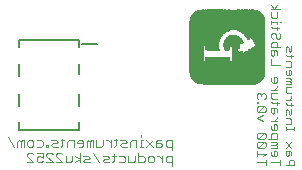
<source format=gbo>
G75*
%MOIN*%
%OFA0B0*%
%FSLAX24Y24*%
%IPPOS*%
%LPD*%
%AMOC8*
5,1,8,0,0,1.08239X$1,22.5*
%
%ADD10C,0.0030*%
%ADD11C,0.0050*%
%ADD12R,0.0001X0.1685*%
%ADD13R,0.0001X0.1735*%
%ADD14R,0.0001X0.1764*%
%ADD15R,0.0001X0.1785*%
%ADD16R,0.0001X0.1802*%
%ADD17R,0.0001X0.1810*%
%ADD18R,0.0001X0.1826*%
%ADD19R,0.0001X0.1840*%
%ADD20R,0.0001X0.1852*%
%ADD21R,0.0001X0.1864*%
%ADD22R,0.0001X0.1869*%
%ADD23R,0.0001X0.1880*%
%ADD24R,0.0001X0.1890*%
%ADD25R,0.0001X0.1899*%
%ADD26R,0.0001X0.1909*%
%ADD27R,0.0001X0.1914*%
%ADD28R,0.0001X0.1921*%
%ADD29R,0.0001X0.1930*%
%ADD30R,0.0001X0.1939*%
%ADD31R,0.0001X0.1946*%
%ADD32R,0.0001X0.1951*%
%ADD33R,0.0001X0.1958*%
%ADD34R,0.0001X0.1965*%
%ADD35R,0.0001X0.1971*%
%ADD36R,0.0001X0.1979*%
%ADD37R,0.0001X0.1983*%
%ADD38R,0.0001X0.1990*%
%ADD39R,0.0001X0.1995*%
%ADD40R,0.0001X0.2003*%
%ADD41R,0.0001X0.2008*%
%ADD42R,0.0001X0.2010*%
%ADD43R,0.0001X0.2018*%
%ADD44R,0.0001X0.2023*%
%ADD45R,0.0001X0.2029*%
%ADD46R,0.0001X0.2034*%
%ADD47R,0.0001X0.2036*%
%ADD48R,0.0001X0.2042*%
%ADD49R,0.0001X0.2047*%
%ADD50R,0.0001X0.2054*%
%ADD51R,0.0001X0.2059*%
%ADD52R,0.0001X0.2060*%
%ADD53R,0.0001X0.2066*%
%ADD54R,0.0001X0.2071*%
%ADD55R,0.0001X0.2076*%
%ADD56R,0.0001X0.2081*%
%ADD57R,0.0001X0.2084*%
%ADD58R,0.0001X0.2089*%
%ADD59R,0.0001X0.2092*%
%ADD60R,0.0001X0.2097*%
%ADD61R,0.0001X0.2102*%
%ADD62R,0.0001X0.2105*%
%ADD63R,0.0001X0.2109*%
%ADD64R,0.0001X0.2114*%
%ADD65R,0.0001X0.2117*%
%ADD66R,0.0001X0.2121*%
%ADD67R,0.0001X0.2124*%
%ADD68R,0.0001X0.2129*%
%ADD69R,0.0001X0.2132*%
%ADD70R,0.0001X0.2135*%
%ADD71R,0.0001X0.2140*%
%ADD72R,0.0001X0.2142*%
%ADD73R,0.0001X0.2146*%
%ADD74R,0.0001X0.2150*%
%ADD75R,0.0001X0.2154*%
%ADD76R,0.0001X0.2157*%
%ADD77R,0.0001X0.2159*%
%ADD78R,0.0001X0.2164*%
%ADD79R,0.0001X0.2167*%
%ADD80R,0.0001X0.2170*%
%ADD81R,0.0001X0.2174*%
%ADD82R,0.0001X0.2176*%
%ADD83R,0.0001X0.2180*%
%ADD84R,0.0001X0.2182*%
%ADD85R,0.0001X0.2186*%
%ADD86R,0.0001X0.2190*%
%ADD87R,0.0001X0.2193*%
%ADD88R,0.0001X0.2195*%
%ADD89R,0.0001X0.2198*%
%ADD90R,0.0001X0.2203*%
%ADD91R,0.0001X0.2205*%
%ADD92R,0.0001X0.2206*%
%ADD93R,0.0001X0.2210*%
%ADD94R,0.0001X0.2214*%
%ADD95R,0.0001X0.2216*%
%ADD96R,0.0001X0.2220*%
%ADD97R,0.0001X0.2221*%
%ADD98R,0.0001X0.2224*%
%ADD99R,0.0001X0.2228*%
%ADD100R,0.0001X0.2230*%
%ADD101R,0.0001X0.2233*%
%ADD102R,0.0001X0.2235*%
%ADD103R,0.0001X0.2239*%
%ADD104R,0.0001X0.2241*%
%ADD105R,0.0001X0.2244*%
%ADD106R,0.0001X0.2246*%
%ADD107R,0.0001X0.2248*%
%ADD108R,0.0001X0.2251*%
%ADD109R,0.0001X0.2254*%
%ADD110R,0.0001X0.2256*%
%ADD111R,0.0001X0.2259*%
%ADD112R,0.0001X0.2260*%
%ADD113R,0.0001X0.2264*%
%ADD114R,0.0001X0.2266*%
%ADD115R,0.0001X0.2269*%
%ADD116R,0.0001X0.2271*%
%ADD117R,0.0001X0.2273*%
%ADD118R,0.0001X0.2276*%
%ADD119R,0.0001X0.2278*%
%ADD120R,0.0001X0.2280*%
%ADD121R,0.0001X0.2283*%
%ADD122R,0.0001X0.2284*%
%ADD123R,0.0001X0.2286*%
%ADD124R,0.0001X0.2290*%
%ADD125R,0.0001X0.2291*%
%ADD126R,0.0001X0.2294*%
%ADD127R,0.0001X0.2295*%
%ADD128R,0.0001X0.2298*%
%ADD129R,0.0001X0.2299*%
%ADD130R,0.0001X0.2303*%
%ADD131R,0.0001X0.2305*%
%ADD132R,0.0001X0.2306*%
%ADD133R,0.0001X0.2308*%
%ADD134R,0.0001X0.2310*%
%ADD135R,0.0001X0.2314*%
%ADD136R,0.0001X0.2315*%
%ADD137R,0.0001X0.2316*%
%ADD138R,0.0001X0.2319*%
%ADD139R,0.0001X0.2320*%
%ADD140R,0.0001X0.2323*%
%ADD141R,0.0001X0.2324*%
%ADD142R,0.0001X0.2326*%
%ADD143R,0.0001X0.2329*%
%ADD144R,0.0001X0.2330*%
%ADD145R,0.0001X0.2333*%
%ADD146R,0.0001X0.2334*%
%ADD147R,0.0001X0.2335*%
%ADD148R,0.0001X0.2336*%
%ADD149R,0.0001X0.2340*%
%ADD150R,0.0001X0.2341*%
%ADD151R,0.0001X0.2344*%
%ADD152R,0.0001X0.2345*%
%ADD153R,0.0001X0.2346*%
%ADD154R,0.0001X0.2347*%
%ADD155R,0.0001X0.2351*%
%ADD156R,0.0001X0.2352*%
%ADD157R,0.0001X0.2354*%
%ADD158R,0.0001X0.2355*%
%ADD159R,0.0001X0.2357*%
%ADD160R,0.0001X0.2359*%
%ADD161R,0.0001X0.2360*%
%ADD162R,0.0001X0.2361*%
%ADD163R,0.0001X0.2364*%
%ADD164R,0.0001X0.2365*%
%ADD165R,0.0001X0.2367*%
%ADD166R,0.0001X0.2369*%
%ADD167R,0.0001X0.2370*%
%ADD168R,0.0001X0.2371*%
%ADD169R,0.0001X0.2372*%
%ADD170R,0.0001X0.2375*%
%ADD171R,0.0001X0.2377*%
%ADD172R,0.0001X0.2380*%
%ADD173R,0.0001X0.2381*%
%ADD174R,0.0001X0.2382*%
%ADD175R,0.0001X0.2384*%
%ADD176R,0.0001X0.2385*%
%ADD177R,0.0001X0.2386*%
%ADD178R,0.0001X0.2389*%
%ADD179R,0.0001X0.2390*%
%ADD180R,0.0001X0.2391*%
%ADD181R,0.0001X0.2392*%
%ADD182R,0.0001X0.2394*%
%ADD183R,0.0001X0.2395*%
%ADD184R,0.0001X0.2396*%
%ADD185R,0.0001X0.2397*%
%ADD186R,0.0001X0.2399*%
%ADD187R,0.0001X0.2401*%
%ADD188R,0.0001X0.2402*%
%ADD189R,0.0001X0.2404*%
%ADD190R,0.0001X0.2405*%
%ADD191R,0.0001X0.2406*%
%ADD192R,0.0001X0.2407*%
%ADD193R,0.0001X0.2409*%
%ADD194R,0.0001X0.2410*%
%ADD195R,0.0001X0.2411*%
%ADD196R,0.0001X0.2414*%
%ADD197R,0.0001X0.2415*%
%ADD198R,0.0001X0.2416*%
%ADD199R,0.0001X0.2417*%
%ADD200R,0.0001X0.2419*%
%ADD201R,0.0001X0.2420*%
%ADD202R,0.0001X0.2421*%
%ADD203R,0.0001X0.2422*%
%ADD204R,0.0001X0.2424*%
%ADD205R,0.0001X0.2426*%
%ADD206R,0.0001X0.2427*%
%ADD207R,0.0001X0.2429*%
%ADD208R,0.0001X0.2430*%
%ADD209R,0.0001X0.2431*%
%ADD210R,0.0001X0.2432*%
%ADD211R,0.0001X0.2434*%
%ADD212R,0.0001X0.2435*%
%ADD213R,0.0001X0.2436*%
%ADD214R,0.0001X0.2439*%
%ADD215R,0.0001X0.2440*%
%ADD216R,0.0001X0.2441*%
%ADD217R,0.0001X0.2442*%
%ADD218R,0.0001X0.2444*%
%ADD219R,0.0001X0.2445*%
%ADD220R,0.0001X0.2446*%
%ADD221R,0.0001X0.2447*%
%ADD222R,0.0001X0.2449*%
%ADD223R,0.0001X0.2450*%
%ADD224R,0.0001X0.2451*%
%ADD225R,0.0001X0.2452*%
%ADD226R,0.0001X0.2454*%
%ADD227R,0.0001X0.2455*%
%ADD228R,0.0001X0.2456*%
%ADD229R,0.0001X0.2457*%
%ADD230R,0.0001X0.2459*%
%ADD231R,0.0001X0.2460*%
%ADD232R,0.0001X0.2461*%
%ADD233R,0.0001X0.2464*%
%ADD234R,0.0001X0.2465*%
%ADD235R,0.0001X0.2466*%
%ADD236R,0.0001X0.2467*%
%ADD237R,0.0001X0.2469*%
%ADD238R,0.0001X0.2470*%
%ADD239R,0.0001X0.2471*%
%ADD240R,0.0001X0.2472*%
%ADD241R,0.0001X0.2474*%
%ADD242R,0.0001X0.2476*%
%ADD243R,0.0001X0.2477*%
%ADD244R,0.0001X0.2479*%
%ADD245R,0.0001X0.2480*%
%ADD246R,0.0001X0.2481*%
%ADD247R,0.0001X0.2482*%
%ADD248R,0.0001X0.2484*%
%ADD249R,0.0001X0.2485*%
%ADD250R,0.0001X0.2486*%
%ADD251R,0.0001X0.2487*%
%ADD252R,0.0001X0.2489*%
%ADD253R,0.0001X0.2490*%
%ADD254R,0.0001X0.2491*%
%ADD255R,0.0001X0.2492*%
%ADD256R,0.0001X0.2494*%
%ADD257R,0.0001X0.2495*%
%ADD258R,0.0001X0.2496*%
%ADD259R,0.0001X0.2497*%
%ADD260R,0.0001X0.2499*%
%ADD261R,0.0001X0.2500*%
%ADD262R,0.0001X0.0798*%
%ADD263R,0.0001X0.1226*%
%ADD264R,0.0001X0.0816*%
%ADD265R,0.0001X0.1245*%
%ADD266R,0.0001X0.0833*%
%ADD267R,0.0001X0.1260*%
%ADD268R,0.0001X0.0846*%
%ADD269R,0.0001X0.1274*%
%ADD270R,0.0001X0.0856*%
%ADD271R,0.0001X0.1284*%
%ADD272R,0.0001X0.0860*%
%ADD273R,0.0001X0.1289*%
%ADD274R,0.0001X0.0869*%
%ADD275R,0.0001X0.1296*%
%ADD276R,0.0001X0.0875*%
%ADD277R,0.0001X0.1303*%
%ADD278R,0.0001X0.0881*%
%ADD279R,0.0001X0.1309*%
%ADD280R,0.0001X0.0886*%
%ADD281R,0.0001X0.1314*%
%ADD282R,0.0001X0.0889*%
%ADD283R,0.0001X0.1316*%
%ADD284R,0.0001X0.0892*%
%ADD285R,0.0001X0.1320*%
%ADD286R,0.0001X0.0896*%
%ADD287R,0.0001X0.1324*%
%ADD288R,0.0001X0.0899*%
%ADD289R,0.0001X0.1328*%
%ADD290R,0.0001X0.0902*%
%ADD291R,0.0001X0.1330*%
%ADD292R,0.0001X0.0904*%
%ADD293R,0.0001X0.1333*%
%ADD294R,0.0001X0.0907*%
%ADD295R,0.0001X0.1334*%
%ADD296R,0.0001X0.0909*%
%ADD297R,0.0001X0.1336*%
%ADD298R,0.0001X0.0911*%
%ADD299R,0.0001X0.1339*%
%ADD300R,0.0001X0.0914*%
%ADD301R,0.0001X0.1341*%
%ADD302R,0.0001X0.0915*%
%ADD303R,0.0001X0.0916*%
%ADD304R,0.0001X0.1344*%
%ADD305R,0.0001X0.0917*%
%ADD306R,0.0001X0.1345*%
%ADD307R,0.0001X0.0920*%
%ADD308R,0.0001X0.1346*%
%ADD309R,0.0001X0.0921*%
%ADD310R,0.0001X0.1348*%
%ADD311R,0.0001X0.1349*%
%ADD312R,0.0001X0.0922*%
%ADD313R,0.0001X0.1350*%
%ADD314R,0.0001X0.0924*%
%ADD315R,0.0001X0.1351*%
%ADD316R,0.0001X0.0925*%
%ADD317R,0.0001X0.1353*%
%ADD318R,0.0001X0.0926*%
%ADD319R,0.0001X0.1354*%
%ADD320R,0.0001X0.0927*%
%ADD321R,0.0001X0.1355*%
%ADD322R,0.0001X0.0929*%
%ADD323R,0.0001X0.1356*%
%ADD324R,0.0001X0.0930*%
%ADD325R,0.0001X0.1358*%
%ADD326R,0.0001X0.0931*%
%ADD327R,0.0001X0.1359*%
%ADD328R,0.0001X0.0932*%
%ADD329R,0.0001X0.1360*%
%ADD330R,0.0001X0.0934*%
%ADD331R,0.0001X0.1361*%
%ADD332R,0.0001X0.0935*%
%ADD333R,0.0001X0.1363*%
%ADD334R,0.0001X0.0936*%
%ADD335R,0.0001X0.1364*%
%ADD336R,0.0001X0.0938*%
%ADD337R,0.0001X0.1365*%
%ADD338R,0.0001X0.0939*%
%ADD339R,0.0001X0.1366*%
%ADD340R,0.0001X0.0940*%
%ADD341R,0.0001X0.1368*%
%ADD342R,0.0001X0.0941*%
%ADD343R,0.0001X0.1369*%
%ADD344R,0.0001X0.0943*%
%ADD345R,0.0001X0.1370*%
%ADD346R,0.0001X0.0186*%
%ADD347R,0.0001X0.1168*%
%ADD348R,0.0001X0.0155*%
%ADD349R,0.0001X0.1138*%
%ADD350R,0.0001X0.0141*%
%ADD351R,0.0001X0.1123*%
%ADD352R,0.0001X0.0135*%
%ADD353R,0.0001X0.1116*%
%ADD354R,0.0001X0.0124*%
%ADD355R,0.0001X0.1106*%
%ADD356R,0.0001X0.0115*%
%ADD357R,0.0001X0.1096*%
%ADD358R,0.0001X0.0106*%
%ADD359R,0.0001X0.1089*%
%ADD360R,0.0001X0.0099*%
%ADD361R,0.0001X0.1081*%
%ADD362R,0.0001X0.0096*%
%ADD363R,0.0001X0.1077*%
%ADD364R,0.0001X0.0089*%
%ADD365R,0.0001X0.1071*%
%ADD366R,0.0001X0.0083*%
%ADD367R,0.0001X0.1065*%
%ADD368R,0.0001X0.0077*%
%ADD369R,0.0001X0.1059*%
%ADD370R,0.0001X0.0071*%
%ADD371R,0.0001X0.1054*%
%ADD372R,0.0001X0.0069*%
%ADD373R,0.0001X0.1051*%
%ADD374R,0.0001X0.0063*%
%ADD375R,0.0001X0.1045*%
%ADD376R,0.0001X0.0059*%
%ADD377R,0.0001X0.1040*%
%ADD378R,0.0001X0.0054*%
%ADD379R,0.0001X0.1035*%
%ADD380R,0.0001X0.0049*%
%ADD381R,0.0001X0.1031*%
%ADD382R,0.0001X0.0047*%
%ADD383R,0.0001X0.1029*%
%ADD384R,0.0001X0.0043*%
%ADD385R,0.0001X0.1024*%
%ADD386R,0.0001X0.0037*%
%ADD387R,0.0001X0.1020*%
%ADD388R,0.0001X0.0034*%
%ADD389R,0.0001X0.1016*%
%ADD390R,0.0001X0.0030*%
%ADD391R,0.0001X0.1011*%
%ADD392R,0.0001X0.0029*%
%ADD393R,0.0001X0.1010*%
%ADD394R,0.0001X0.0024*%
%ADD395R,0.0001X0.1006*%
%ADD396R,0.0001X0.0021*%
%ADD397R,0.0001X0.1003*%
%ADD398R,0.0001X0.0016*%
%ADD399R,0.0001X0.0999*%
%ADD400R,0.0001X0.0013*%
%ADD401R,0.0001X0.0995*%
%ADD402R,0.0001X0.0011*%
%ADD403R,0.0001X0.0993*%
%ADD404R,0.0001X0.0009*%
%ADD405R,0.0001X0.0990*%
%ADD406R,0.0001X0.0005*%
%ADD407R,0.0001X0.0986*%
%ADD408R,0.0001X0.0001*%
%ADD409R,0.0001X0.0984*%
%ADD410R,0.0001X0.0980*%
%ADD411R,0.0001X0.0979*%
%ADD412R,0.0001X0.0975*%
%ADD413R,0.0001X0.0973*%
%ADD414R,0.0001X0.0969*%
%ADD415R,0.0001X0.0966*%
%ADD416R,0.0001X0.0965*%
%ADD417R,0.0001X0.0961*%
%ADD418R,0.0001X0.0959*%
%ADD419R,0.0001X0.0955*%
%ADD420R,0.0001X0.0953*%
%ADD421R,0.0001X0.0949*%
%ADD422R,0.0001X0.0946*%
%ADD423R,0.0001X0.0944*%
%ADD424R,0.0001X0.0906*%
%ADD425R,0.0001X0.0901*%
%ADD426R,0.0001X0.0895*%
%ADD427R,0.0001X0.0890*%
%ADD428R,0.0001X0.0887*%
%ADD429R,0.0001X0.0885*%
%ADD430R,0.0001X0.0884*%
%ADD431R,0.0001X0.0882*%
%ADD432R,0.0001X0.0879*%
%ADD433R,0.0001X0.0877*%
%ADD434R,0.0001X0.0876*%
%ADD435R,0.0001X0.0874*%
%ADD436R,0.0001X0.0872*%
%ADD437R,0.0001X0.0871*%
%ADD438R,0.0001X0.0867*%
%ADD439R,0.0001X0.0865*%
%ADD440R,0.0001X0.0864*%
%ADD441R,0.0001X0.0861*%
%ADD442R,0.0001X0.0858*%
%ADD443R,0.0001X0.0855*%
%ADD444R,0.0001X0.0854*%
%ADD445R,0.0001X0.0853*%
%ADD446R,0.0001X0.0851*%
%ADD447R,0.0001X0.0850*%
%ADD448R,0.0001X0.0848*%
%ADD449R,0.0001X0.0845*%
%ADD450R,0.0001X0.0844*%
%ADD451R,0.0001X0.0843*%
%ADD452R,0.0001X0.0841*%
%ADD453R,0.0001X0.0840*%
%ADD454R,0.0001X0.0839*%
%ADD455R,0.0001X0.0836*%
%ADD456R,0.0001X0.0835*%
%ADD457R,0.0001X0.0834*%
%ADD458R,0.0001X0.0831*%
%ADD459R,0.0001X0.0830*%
%ADD460R,0.0001X0.0829*%
%ADD461R,0.0001X0.0828*%
%ADD462R,0.0001X0.0826*%
%ADD463R,0.0001X0.0825*%
%ADD464R,0.0001X0.0824*%
%ADD465R,0.0001X0.0823*%
%ADD466R,0.0001X0.0821*%
%ADD467R,0.0001X0.0820*%
%ADD468R,0.0001X0.0819*%
%ADD469R,0.0001X0.0818*%
%ADD470R,0.0001X0.0815*%
%ADD471R,0.0001X0.0814*%
%ADD472R,0.0001X0.0811*%
%ADD473R,0.0001X0.0810*%
%ADD474R,0.0001X0.0809*%
%ADD475R,0.0001X0.0808*%
%ADD476R,0.0001X0.0806*%
%ADD477R,0.0001X0.0805*%
%ADD478R,0.0001X0.0804*%
%ADD479R,0.0001X0.0803*%
%ADD480R,0.0001X0.0088*%
%ADD481R,0.0001X0.0801*%
%ADD482R,0.0001X0.0800*%
%ADD483R,0.0001X0.0129*%
%ADD484R,0.0001X0.0799*%
%ADD485R,0.0001X0.0143*%
%ADD486R,0.0001X0.0154*%
%ADD487R,0.0001X0.0796*%
%ADD488R,0.0001X0.0165*%
%ADD489R,0.0001X0.0795*%
%ADD490R,0.0001X0.0170*%
%ADD491R,0.0001X0.0180*%
%ADD492R,0.0001X0.0794*%
%ADD493R,0.0001X0.0190*%
%ADD494R,0.0001X0.0793*%
%ADD495R,0.0001X0.0198*%
%ADD496R,0.0001X0.0791*%
%ADD497R,0.0001X0.0208*%
%ADD498R,0.0001X0.0790*%
%ADD499R,0.0001X0.0213*%
%ADD500R,0.0001X0.0219*%
%ADD501R,0.0001X0.0789*%
%ADD502R,0.0001X0.0227*%
%ADD503R,0.0001X0.0788*%
%ADD504R,0.0001X0.0234*%
%ADD505R,0.0001X0.0786*%
%ADD506R,0.0001X0.0241*%
%ADD507R,0.0001X0.0785*%
%ADD508R,0.0001X0.0245*%
%ADD509R,0.0001X0.0253*%
%ADD510R,0.0001X0.0784*%
%ADD511R,0.0001X0.0257*%
%ADD512R,0.0001X0.0783*%
%ADD513R,0.0001X0.0265*%
%ADD514R,0.0001X0.0781*%
%ADD515R,0.0001X0.0271*%
%ADD516R,0.0001X0.0780*%
%ADD517R,0.0001X0.0275*%
%ADD518R,0.0001X0.0280*%
%ADD519R,0.0001X0.0779*%
%ADD520R,0.0001X0.0285*%
%ADD521R,0.0001X0.0777*%
%ADD522R,0.0001X0.0291*%
%ADD523R,0.0001X0.0776*%
%ADD524R,0.0001X0.0296*%
%ADD525R,0.0001X0.0300*%
%ADD526R,0.0001X0.0775*%
%ADD527R,0.0001X0.0305*%
%ADD528R,0.0001X0.0774*%
%ADD529R,0.0001X0.0310*%
%ADD530R,0.0001X0.0772*%
%ADD531R,0.0001X0.0316*%
%ADD532R,0.0001X0.0320*%
%ADD533R,0.0001X0.0771*%
%ADD534R,0.0001X0.0323*%
%ADD535R,0.0001X0.0328*%
%ADD536R,0.0001X0.0770*%
%ADD537R,0.0001X0.0333*%
%ADD538R,0.0001X0.0769*%
%ADD539R,0.0001X0.0338*%
%ADD540R,0.0001X0.0767*%
%ADD541R,0.0001X0.0341*%
%ADD542R,0.0001X0.0766*%
%ADD543R,0.0001X0.0344*%
%ADD544R,0.0001X0.0348*%
%ADD545R,0.0001X0.0765*%
%ADD546R,0.0001X0.0354*%
%ADD547R,0.0001X0.0357*%
%ADD548R,0.0001X0.0764*%
%ADD549R,0.0001X0.0362*%
%ADD550R,0.0001X0.0762*%
%ADD551R,0.0001X0.0761*%
%ADD552R,0.0001X0.0367*%
%ADD553R,0.0001X0.0371*%
%ADD554R,0.0001X0.0760*%
%ADD555R,0.0001X0.0375*%
%ADD556R,0.0001X0.0759*%
%ADD557R,0.0001X0.0380*%
%ADD558R,0.0001X0.0381*%
%ADD559R,0.0001X0.0385*%
%ADD560R,0.0001X0.0757*%
%ADD561R,0.0001X0.0389*%
%ADD562R,0.0001X0.0756*%
%ADD563R,0.0001X0.0391*%
%ADD564R,0.0001X0.0755*%
%ADD565R,0.0001X0.0393*%
%ADD566R,0.0001X0.0754*%
%ADD567R,0.0001X0.0394*%
%ADD568R,0.0001X0.0395*%
%ADD569R,0.0001X0.0398*%
%ADD570R,0.0001X0.0752*%
%ADD571R,0.0001X0.0399*%
%ADD572R,0.0001X0.0751*%
%ADD573R,0.0001X0.0400*%
%ADD574R,0.0001X0.0401*%
%ADD575R,0.0001X0.0750*%
%ADD576R,0.0001X0.0403*%
%ADD577R,0.0001X0.0749*%
%ADD578R,0.0001X0.0405*%
%ADD579R,0.0001X0.0406*%
%ADD580R,0.0001X0.0747*%
%ADD581R,0.0001X0.0409*%
%ADD582R,0.0001X0.0746*%
%ADD583R,0.0001X0.0410*%
%ADD584R,0.0001X0.0413*%
%ADD585R,0.0001X0.0745*%
%ADD586R,0.0001X0.0414*%
%ADD587R,0.0001X0.0415*%
%ADD588R,0.0001X0.0742*%
%ADD589R,0.0001X0.0416*%
%ADD590R,0.0001X0.0418*%
%ADD591R,0.0001X0.0419*%
%ADD592R,0.0001X0.0741*%
%ADD593R,0.0001X0.0420*%
%ADD594R,0.0001X0.0423*%
%ADD595R,0.0001X0.0740*%
%ADD596R,0.0001X0.0424*%
%ADD597R,0.0001X0.0739*%
%ADD598R,0.0001X0.0425*%
%ADD599R,0.0001X0.0428*%
%ADD600R,0.0001X0.0737*%
%ADD601R,0.0001X0.0429*%
%ADD602R,0.0001X0.0736*%
%ADD603R,0.0001X0.0430*%
%ADD604R,0.0001X0.0735*%
%ADD605R,0.0001X0.0431*%
%ADD606R,0.0001X0.0432*%
%ADD607R,0.0001X0.0734*%
%ADD608R,0.0001X0.0434*%
%ADD609R,0.0001X0.0435*%
%ADD610R,0.0001X0.0732*%
%ADD611R,0.0001X0.0436*%
%ADD612R,0.0001X0.0437*%
%ADD613R,0.0001X0.0731*%
%ADD614R,0.0001X0.0730*%
%ADD615R,0.0001X0.0439*%
%ADD616R,0.0001X0.0440*%
%ADD617R,0.0001X0.0729*%
%ADD618R,0.0001X0.0441*%
%ADD619R,0.0001X0.0442*%
%ADD620R,0.0001X0.0727*%
%ADD621R,0.0001X0.0444*%
%ADD622R,0.0001X0.0445*%
%ADD623R,0.0001X0.0726*%
%ADD624R,0.0001X0.0446*%
%ADD625R,0.0001X0.0725*%
%ADD626R,0.0001X0.0447*%
%ADD627R,0.0001X0.0724*%
%ADD628R,0.0001X0.0449*%
%ADD629R,0.0001X0.0450*%
%ADD630R,0.0001X0.0722*%
%ADD631R,0.0001X0.0451*%
%ADD632R,0.0001X0.0452*%
%ADD633R,0.0001X0.0721*%
%ADD634R,0.0001X0.0720*%
%ADD635R,0.0001X0.0455*%
%ADD636R,0.0001X0.0456*%
%ADD637R,0.0001X0.0719*%
%ADD638R,0.0001X0.0717*%
%ADD639R,0.0001X0.0457*%
%ADD640R,0.0001X0.0459*%
%ADD641R,0.0001X0.0716*%
%ADD642R,0.0001X0.0460*%
%ADD643R,0.0001X0.0461*%
%ADD644R,0.0001X0.0715*%
%ADD645R,0.0001X0.0714*%
%ADD646R,0.0001X0.0462*%
%ADD647R,0.0001X0.0712*%
%ADD648R,0.0001X0.0464*%
%ADD649R,0.0001X0.0711*%
%ADD650R,0.0001X0.0710*%
%ADD651R,0.0001X0.0465*%
%ADD652R,0.0001X0.0709*%
%ADD653R,0.0001X0.0707*%
%ADD654R,0.0001X0.0706*%
%ADD655R,0.0001X0.0705*%
%ADD656R,0.0001X0.0704*%
%ADD657R,0.0001X0.0919*%
%ADD658R,0.0001X0.0703*%
%ADD659R,0.0001X0.0912*%
%ADD660R,0.0001X0.0910*%
%ADD661R,0.0001X0.0701*%
%ADD662R,0.0001X0.0454*%
%ADD663R,0.0001X0.0905*%
%ADD664R,0.0001X0.0700*%
%ADD665R,0.0001X0.0699*%
%ADD666R,0.0001X0.0891*%
%ADD667R,0.0001X0.0698*%
%ADD668R,0.0001X0.0426*%
%ADD669R,0.0001X0.0866*%
%ADD670R,0.0001X0.0421*%
%ADD671R,0.0001X0.0862*%
%ADD672R,0.0001X0.0696*%
%ADD673R,0.0001X0.0384*%
%ADD674R,0.0001X0.0695*%
%ADD675R,0.0001X0.0355*%
%ADD676R,0.0001X0.0356*%
%ADD677R,0.0001X0.0694*%
%ADD678R,0.0001X0.0359*%
%ADD679R,0.0001X0.0693*%
%ADD680R,0.0001X0.0360*%
%ADD681R,0.0001X0.0691*%
%ADD682R,0.0001X0.0361*%
%ADD683R,0.0001X0.0690*%
%ADD684R,0.0001X0.0364*%
%ADD685R,0.0001X0.0365*%
%ADD686R,0.0001X0.0689*%
%ADD687R,0.0001X0.0366*%
%ADD688R,0.0001X0.0688*%
%ADD689R,0.0001X0.0686*%
%ADD690R,0.0001X0.0369*%
%ADD691R,0.0001X0.0370*%
%ADD692R,0.0001X0.0685*%
%ADD693R,0.0001X0.0372*%
%ADD694R,0.0001X0.0684*%
%ADD695R,0.0001X0.0374*%
%ADD696R,0.0001X0.0683*%
%ADD697R,0.0001X0.0376*%
%ADD698R,0.0001X0.0681*%
%ADD699R,0.0001X0.1650*%
%ADD700R,0.0001X0.1651*%
%ADD701R,0.0001X0.0680*%
%ADD702R,0.0001X0.1653*%
%ADD703R,0.0001X0.0679*%
%ADD704R,0.0001X0.1654*%
%ADD705R,0.0001X0.1649*%
%ADD706R,0.0001X0.1648*%
%ADD707R,0.0001X0.1646*%
%ADD708R,0.0001X0.1645*%
%ADD709R,0.0001X0.1644*%
%ADD710R,0.0001X0.1643*%
%ADD711R,0.0001X0.1641*%
%ADD712R,0.0001X0.1640*%
%ADD713R,0.0001X0.1639*%
%ADD714R,0.0001X0.1638*%
%ADD715R,0.0001X0.1636*%
%ADD716R,0.0001X0.1635*%
%ADD717R,0.0001X0.1174*%
%ADD718R,0.0001X0.1171*%
%ADD719R,0.0001X0.1170*%
%ADD720R,0.0001X0.1166*%
%ADD721R,0.0001X0.1164*%
%ADD722R,0.0001X0.1161*%
%ADD723R,0.0001X0.1159*%
%ADD724R,0.0001X0.1156*%
%ADD725R,0.0001X0.1155*%
%ADD726R,0.0001X0.1153*%
%ADD727R,0.0001X0.1150*%
%ADD728R,0.0001X0.1148*%
%ADD729R,0.0001X0.1145*%
%ADD730R,0.0001X0.1141*%
%ADD731R,0.0001X0.1140*%
%ADD732R,0.0001X0.1136*%
%ADD733R,0.0001X0.1135*%
%ADD734R,0.0001X0.1134*%
%ADD735R,0.0001X0.1130*%
%ADD736R,0.0001X0.1129*%
%ADD737R,0.0001X0.1128*%
%ADD738R,0.0001X0.1124*%
%ADD739R,0.0001X0.1120*%
%ADD740R,0.0001X0.1118*%
%ADD741R,0.0001X0.1115*%
%ADD742R,0.0001X0.1113*%
%ADD743R,0.0001X0.1109*%
%ADD744R,0.0001X0.1108*%
%ADD745R,0.0001X0.1105*%
%ADD746R,0.0001X0.1103*%
%ADD747R,0.0001X0.1101*%
%ADD748R,0.0001X0.1099*%
%ADD749R,0.0001X0.0411*%
%ADD750R,0.0001X0.1095*%
%ADD751R,0.0001X0.1091*%
%ADD752R,0.0001X0.1086*%
%ADD753R,0.0001X0.0404*%
%ADD754R,0.0001X0.1084*%
%ADD755R,0.0001X0.1080*%
%ADD756R,0.0001X0.1075*%
%ADD757R,0.0001X0.1072*%
%ADD758R,0.0001X0.0396*%
%ADD759R,0.0001X0.1074*%
%ADD760R,0.0001X0.1076*%
%ADD761R,0.0001X0.0386*%
%ADD762R,0.0001X0.1079*%
%ADD763R,0.0001X0.0382*%
%ADD764R,0.0001X0.0379*%
%ADD765R,0.0001X0.1082*%
%ADD766R,0.0001X0.0377*%
%ADD767R,0.0001X0.0057*%
%ADD768R,0.0001X0.1085*%
%ADD769R,0.0001X0.0051*%
%ADD770R,0.0001X0.0286*%
%ADD771R,0.0001X0.0284*%
%ADD772R,0.0001X0.0045*%
%ADD773R,0.0001X0.0279*%
%ADD774R,0.0001X0.0040*%
%ADD775R,0.0001X0.0274*%
%ADD776R,0.0001X0.1087*%
%ADD777R,0.0001X0.0039*%
%ADD778R,0.0001X0.0269*%
%ADD779R,0.0001X0.0266*%
%ADD780R,0.0001X0.1090*%
%ADD781R,0.0001X0.0264*%
%ADD782R,0.0001X0.0027*%
%ADD783R,0.0001X0.0261*%
%ADD784R,0.0001X0.0255*%
%ADD785R,0.0001X0.1092*%
%ADD786R,0.0001X0.0019*%
%ADD787R,0.0001X0.0015*%
%ADD788R,0.0001X0.0251*%
%ADD789R,0.0001X0.1094*%
%ADD790R,0.0001X0.0250*%
%ADD791R,0.0001X0.0248*%
%ADD792R,0.0001X0.0006*%
%ADD793R,0.0001X0.0004*%
%ADD794R,0.0001X0.0243*%
%ADD795R,0.0001X0.1098*%
%ADD796R,0.0001X0.0240*%
%ADD797R,0.0001X0.0238*%
%ADD798R,0.0001X0.0236*%
%ADD799R,0.0001X0.0232*%
%ADD800R,0.0001X0.0231*%
%ADD801R,0.0001X0.0229*%
%ADD802R,0.0001X0.1104*%
%ADD803R,0.0001X0.0226*%
%ADD804R,0.0001X0.0224*%
%ADD805R,0.0001X0.0221*%
%ADD806R,0.0001X0.0217*%
%ADD807R,0.0001X0.0214*%
%ADD808R,0.0001X0.0211*%
%ADD809R,0.0001X0.0210*%
%ADD810R,0.0001X0.1110*%
%ADD811R,0.0001X0.0206*%
%ADD812R,0.0001X0.1111*%
%ADD813R,0.0001X0.0204*%
%ADD814R,0.0001X0.0201*%
%ADD815R,0.0001X0.0200*%
%ADD816R,0.0001X0.1114*%
%ADD817R,0.0001X0.0194*%
%ADD818R,0.0001X0.0192*%
%ADD819R,0.0001X0.0187*%
%ADD820R,0.0001X0.0744*%
%ADD821R,0.0001X0.0184*%
%ADD822R,0.0001X0.0182*%
%ADD823R,0.0001X0.1121*%
%ADD824R,0.0001X0.0176*%
%ADD825R,0.0001X0.0175*%
%ADD826R,0.0001X0.0174*%
%ADD827R,0.0001X0.0169*%
%ADD828R,0.0001X0.1125*%
%ADD829R,0.0001X0.0164*%
%ADD830R,0.0001X0.1126*%
%ADD831R,0.0001X0.0161*%
%ADD832R,0.0001X0.0160*%
%ADD833R,0.0001X0.0156*%
%ADD834R,0.0001X0.0152*%
%ADD835R,0.0001X0.0150*%
%ADD836R,0.0001X0.0147*%
%ADD837R,0.0001X0.0144*%
%ADD838R,0.0001X0.1131*%
%ADD839R,0.0001X0.0140*%
%ADD840R,0.0001X0.0138*%
%ADD841R,0.0001X0.0132*%
%ADD842R,0.0001X0.0126*%
%ADD843R,0.0001X0.0125*%
%ADD844R,0.0001X0.0121*%
%ADD845R,0.0001X0.0119*%
%ADD846R,0.0001X0.0116*%
%ADD847R,0.0001X0.0114*%
%ADD848R,0.0001X0.0111*%
%ADD849R,0.0001X0.0107*%
%ADD850R,0.0001X0.0104*%
%ADD851R,0.0001X0.0101*%
%ADD852R,0.0001X0.0100*%
%ADD853R,0.0001X0.0092*%
%ADD854R,0.0001X0.0085*%
%ADD855R,0.0001X0.0084*%
%ADD856R,0.0001X0.0080*%
%ADD857R,0.0001X0.0076*%
%ADD858R,0.0001X0.0073*%
%ADD859R,0.0001X0.0067*%
%ADD860R,0.0001X0.0060*%
%ADD861R,0.0001X0.0055*%
%ADD862R,0.0001X0.0044*%
%ADD863R,0.0001X0.0026*%
%ADD864R,0.0001X0.0022*%
%ADD865R,0.0001X0.0010*%
%ADD866R,0.0001X0.0813*%
%ADD867R,0.0001X0.0838*%
%ADD868R,0.0001X0.0849*%
%ADD869R,0.0001X0.0859*%
%ADD870R,0.0001X0.1100*%
%ADD871R,0.0001X0.0880*%
%ADD872R,0.0001X0.0897*%
%ADD873R,0.0001X0.0900*%
%ADD874R,0.0001X0.1119*%
%ADD875R,0.0001X0.0951*%
%ADD876R,0.0001X0.0954*%
%ADD877R,0.0001X0.0964*%
%ADD878R,0.0001X0.1133*%
%ADD879R,0.0001X0.0971*%
%ADD880R,0.0001X0.0974*%
%ADD881R,0.0001X0.0978*%
%ADD882R,0.0001X0.0983*%
%ADD883R,0.0001X0.0989*%
%ADD884R,0.0001X0.1139*%
%ADD885R,0.0001X0.0996*%
%ADD886R,0.0001X0.0998*%
%ADD887R,0.0001X0.1001*%
%ADD888R,0.0001X0.1005*%
%ADD889R,0.0001X0.1143*%
%ADD890R,0.0001X0.1009*%
%ADD891R,0.0001X0.1014*%
%ADD892R,0.0001X0.1144*%
%ADD893R,0.0001X0.1013*%
%ADD894R,0.0001X0.1146*%
%ADD895R,0.0001X0.1008*%
%ADD896R,0.0001X0.1149*%
%ADD897R,0.0001X0.1151*%
%ADD898R,0.0001X0.1004*%
%ADD899R,0.0001X0.1154*%
%ADD900R,0.0001X0.1000*%
%ADD901R,0.0001X0.1158*%
%ADD902R,0.0001X0.1160*%
%ADD903R,0.0001X0.1163*%
%ADD904R,0.0001X0.0994*%
%ADD905R,0.0001X0.0991*%
%ADD906R,0.0001X0.1165*%
%ADD907R,0.0001X0.0988*%
%ADD908R,0.0001X0.1169*%
%ADD909R,0.0001X0.0985*%
%ADD910R,0.0001X0.1172*%
%ADD911R,0.0001X0.1175*%
%ADD912R,0.0001X0.0981*%
%ADD913R,0.0001X0.1176*%
%ADD914R,0.0001X0.1177*%
%ADD915R,0.0001X0.1179*%
%ADD916R,0.0001X0.0976*%
%ADD917R,0.0001X0.1180*%
%ADD918R,0.0001X0.1181*%
%ADD919R,0.0001X0.1182*%
%ADD920R,0.0001X0.1184*%
%ADD921R,0.0001X0.1185*%
%ADD922R,0.0001X0.0970*%
%ADD923R,0.0001X0.1186*%
%ADD924R,0.0001X0.1187*%
%ADD925R,0.0001X0.0968*%
%ADD926R,0.0001X0.1189*%
%ADD927R,0.0001X0.1190*%
%ADD928R,0.0001X0.1191*%
%ADD929R,0.0001X0.1192*%
%ADD930R,0.0001X0.1194*%
%ADD931R,0.0001X0.0963*%
%ADD932R,0.0001X0.1195*%
%ADD933R,0.0001X0.1196*%
%ADD934R,0.0001X0.0960*%
%ADD935R,0.0001X0.1197*%
%ADD936R,0.0001X0.1199*%
%ADD937R,0.0001X0.1201*%
%ADD938R,0.0001X0.1202*%
%ADD939R,0.0001X0.1204*%
%ADD940R,0.0001X0.0958*%
%ADD941R,0.0001X0.1205*%
%ADD942R,0.0001X0.1206*%
%ADD943R,0.0001X0.1207*%
%ADD944R,0.0001X0.1209*%
%ADD945R,0.0001X0.1210*%
%ADD946R,0.0001X0.1211*%
%ADD947R,0.0001X0.1212*%
%ADD948R,0.0001X0.1214*%
%ADD949R,0.0001X0.1215*%
%ADD950R,0.0001X0.1216*%
%ADD951R,0.0001X0.1217*%
%ADD952R,0.0001X0.1219*%
%ADD953R,0.0001X0.1220*%
%ADD954R,0.0001X0.1221*%
%ADD955R,0.0001X0.1222*%
%ADD956R,0.0001X0.1224*%
%ADD957R,0.0001X0.1225*%
%ADD958R,0.0001X0.1227*%
%ADD959R,0.0001X0.1229*%
%ADD960R,0.0001X0.1230*%
%ADD961R,0.0001X0.1231*%
%ADD962R,0.0001X0.1232*%
%ADD963R,0.0001X0.1234*%
%ADD964R,0.0001X0.1235*%
%ADD965R,0.0001X0.1236*%
%ADD966R,0.0001X0.1237*%
%ADD967R,0.0001X0.1239*%
%ADD968R,0.0001X0.1240*%
%ADD969R,0.0001X0.1241*%
%ADD970R,0.0001X0.1242*%
%ADD971R,0.0001X0.1244*%
%ADD972R,0.0001X0.1015*%
%ADD973R,0.0001X0.1246*%
%ADD974R,0.0001X0.1019*%
%ADD975R,0.0001X0.1247*%
%ADD976R,0.0001X0.1022*%
%ADD977R,0.0001X0.1025*%
%ADD978R,0.0001X0.1249*%
%ADD979R,0.0001X0.1026*%
%ADD980R,0.0001X0.1250*%
%ADD981R,0.0001X0.1034*%
%ADD982R,0.0001X0.1036*%
%ADD983R,0.0001X0.1251*%
%ADD984R,0.0001X0.1037*%
%ADD985R,0.0001X0.1253*%
%ADD986R,0.0001X0.1041*%
%ADD987R,0.0001X0.1254*%
%ADD988R,0.0001X0.1046*%
%ADD989R,0.0001X0.1255*%
%ADD990R,0.0001X0.1049*%
%ADD991R,0.0001X0.1256*%
%ADD992R,0.0001X0.1258*%
%ADD993R,0.0001X0.1056*%
%ADD994R,0.0001X0.1057*%
%ADD995R,0.0001X0.1060*%
%ADD996R,0.0001X0.1259*%
%ADD997R,0.0001X0.1062*%
%ADD998R,0.0001X0.1067*%
%ADD999R,0.0001X0.1261*%
%ADD1000R,0.0001X0.1069*%
%ADD1001R,0.0001X0.1070*%
%ADD1002R,0.0001X0.1263*%
%ADD1003R,0.0001X0.1264*%
%ADD1004R,0.0001X0.1265*%
%ADD1005R,0.0001X0.1266*%
%ADD1006R,0.0001X0.1268*%
%ADD1007R,0.0001X0.1269*%
%ADD1008R,0.0001X0.1270*%
%ADD1009R,0.0001X0.1271*%
%ADD1010R,0.0001X0.1273*%
%ADD1011R,0.0001X0.1275*%
%ADD1012R,0.0001X0.1276*%
%ADD1013R,0.0001X0.1278*%
%ADD1014R,0.0001X0.1280*%
%ADD1015R,0.0001X0.1281*%
%ADD1016R,0.0001X0.1285*%
%ADD1017R,0.0001X0.1288*%
%ADD1018R,0.0001X0.1290*%
%ADD1019R,0.0001X0.1291*%
%ADD1020R,0.0001X0.1295*%
%ADD1021R,0.0001X0.1298*%
%ADD1022R,0.0001X0.1304*%
%ADD1023R,0.0001X0.2379*%
%ADD1024R,0.0001X0.2376*%
%ADD1025R,0.0001X0.2374*%
%ADD1026R,0.0001X0.2366*%
%ADD1027R,0.0001X0.2356*%
%ADD1028R,0.0001X0.2349*%
%ADD1029R,0.0001X0.2343*%
%ADD1030R,0.0001X0.2339*%
%ADD1031R,0.0001X0.2331*%
%ADD1032R,0.0001X0.2328*%
%ADD1033R,0.0001X0.2321*%
%ADD1034R,0.0001X0.2318*%
%ADD1035R,0.0001X0.2311*%
%ADD1036R,0.0001X0.2309*%
%ADD1037R,0.0001X0.2304*%
%ADD1038R,0.0001X0.2301*%
%ADD1039R,0.0001X0.2296*%
%ADD1040R,0.0001X0.2293*%
%ADD1041R,0.0001X0.2289*%
%ADD1042R,0.0001X0.2285*%
%ADD1043R,0.0001X0.2281*%
%ADD1044R,0.0001X0.2279*%
%ADD1045R,0.0001X0.2270*%
%ADD1046R,0.0001X0.2268*%
%ADD1047R,0.0001X0.2265*%
%ADD1048R,0.0001X0.2261*%
%ADD1049R,0.0001X0.2258*%
%ADD1050R,0.0001X0.2255*%
%ADD1051R,0.0001X0.2253*%
%ADD1052R,0.0001X0.2249*%
%ADD1053R,0.0001X0.2245*%
%ADD1054R,0.0001X0.2243*%
%ADD1055R,0.0001X0.2240*%
%ADD1056R,0.0001X0.2234*%
%ADD1057R,0.0001X0.2231*%
%ADD1058R,0.0001X0.2229*%
%ADD1059R,0.0001X0.2226*%
%ADD1060R,0.0001X0.2223*%
%ADD1061R,0.0001X0.2218*%
%ADD1062R,0.0001X0.2215*%
%ADD1063R,0.0001X0.2211*%
%ADD1064R,0.0001X0.2208*%
%ADD1065R,0.0001X0.2204*%
%ADD1066R,0.0001X0.2200*%
%ADD1067R,0.0001X0.2196*%
%ADD1068R,0.0001X0.2194*%
%ADD1069R,0.0001X0.2189*%
%ADD1070R,0.0001X0.2185*%
%ADD1071R,0.0001X0.2181*%
%ADD1072R,0.0001X0.2177*%
%ADD1073R,0.0001X0.2172*%
%ADD1074R,0.0001X0.2169*%
%ADD1075R,0.0001X0.2165*%
%ADD1076R,0.0001X0.2161*%
%ADD1077R,0.0001X0.2155*%
%ADD1078R,0.0001X0.2152*%
%ADD1079R,0.0001X0.2147*%
%ADD1080R,0.0001X0.2144*%
%ADD1081R,0.0001X0.2139*%
%ADD1082R,0.0001X0.2134*%
%ADD1083R,0.0001X0.2130*%
%ADD1084R,0.0001X0.2126*%
%ADD1085R,0.0001X0.2122*%
%ADD1086R,0.0001X0.2119*%
%ADD1087R,0.0001X0.2115*%
%ADD1088R,0.0001X0.2110*%
%ADD1089R,0.0001X0.2106*%
%ADD1090R,0.0001X0.2104*%
%ADD1091R,0.0001X0.2099*%
%ADD1092R,0.0001X0.2095*%
%ADD1093R,0.0001X0.2090*%
%ADD1094R,0.0001X0.2085*%
%ADD1095R,0.0001X0.2082*%
%ADD1096R,0.0001X0.2079*%
%ADD1097R,0.0001X0.2072*%
%ADD1098R,0.0001X0.2069*%
%ADD1099R,0.0001X0.2064*%
%ADD1100R,0.0001X0.2056*%
%ADD1101R,0.0001X0.2051*%
%ADD1102R,0.0001X0.2045*%
%ADD1103R,0.0001X0.2040*%
%ADD1104R,0.0001X0.2031*%
%ADD1105R,0.0001X0.2026*%
%ADD1106R,0.0001X0.2020*%
%ADD1107R,0.0001X0.2014*%
%ADD1108R,0.0001X0.2005*%
%ADD1109R,0.0001X0.1998*%
%ADD1110R,0.0001X0.1993*%
%ADD1111R,0.0001X0.1985*%
%ADD1112R,0.0001X0.1981*%
%ADD1113R,0.0001X0.1975*%
%ADD1114R,0.0001X0.1968*%
%ADD1115R,0.0001X0.1960*%
%ADD1116R,0.0001X0.1954*%
%ADD1117R,0.0001X0.1949*%
%ADD1118R,0.0001X0.1943*%
%ADD1119R,0.0001X0.1934*%
%ADD1120R,0.0001X0.1926*%
%ADD1121R,0.0001X0.1918*%
%ADD1122R,0.0001X0.1904*%
%ADD1123R,0.0001X0.1894*%
%ADD1124R,0.0001X0.1884*%
%ADD1125R,0.0001X0.1872*%
%ADD1126R,0.0001X0.1856*%
%ADD1127R,0.0001X0.1845*%
%ADD1128R,0.0001X0.1831*%
%ADD1129R,0.0001X0.1817*%
%ADD1130R,0.0001X0.1809*%
%ADD1131R,0.0001X0.1792*%
%ADD1132R,0.0001X0.1772*%
%ADD1133R,0.0001X0.1749*%
%ADD1134R,0.0001X0.1715*%
D10*
X008532Y002408D02*
X008746Y002408D01*
X008532Y002622D01*
X008532Y002675D01*
X008586Y002729D01*
X008693Y002729D01*
X008746Y002675D01*
X008855Y002729D02*
X009068Y002729D01*
X009068Y002568D01*
X008961Y002622D01*
X008908Y002622D01*
X008855Y002568D01*
X008855Y002462D01*
X008908Y002408D01*
X009015Y002408D01*
X009068Y002462D01*
X009177Y002408D02*
X009390Y002408D01*
X009177Y002622D01*
X009177Y002675D01*
X009230Y002729D01*
X009337Y002729D01*
X009390Y002675D01*
X009499Y002675D02*
X009553Y002729D01*
X009659Y002729D01*
X009713Y002675D01*
X009821Y002622D02*
X009821Y002408D01*
X009982Y002408D01*
X010035Y002462D01*
X010035Y002622D01*
X010143Y002622D02*
X010304Y002515D01*
X010143Y002408D01*
X010304Y002408D02*
X010304Y002729D01*
X010412Y002622D02*
X010572Y002622D01*
X010626Y002568D01*
X010572Y002515D01*
X010466Y002515D01*
X010412Y002462D01*
X010466Y002408D01*
X010626Y002408D01*
X010948Y002408D02*
X010735Y002729D01*
X011057Y002622D02*
X011217Y002622D01*
X011270Y002568D01*
X011217Y002515D01*
X011110Y002515D01*
X011057Y002462D01*
X011110Y002408D01*
X011270Y002408D01*
X011378Y002408D02*
X011432Y002462D01*
X011432Y002675D01*
X011485Y002622D02*
X011378Y002622D01*
X011594Y002622D02*
X011754Y002622D01*
X011807Y002568D01*
X011807Y002462D01*
X011754Y002408D01*
X011594Y002408D01*
X011916Y002408D02*
X011916Y002622D01*
X012130Y002622D02*
X012130Y002462D01*
X012076Y002408D01*
X011916Y002408D01*
X012239Y002408D02*
X012399Y002408D01*
X012452Y002462D01*
X012452Y002568D01*
X012399Y002622D01*
X012239Y002622D01*
X012239Y002729D02*
X012239Y002408D01*
X012561Y002462D02*
X012561Y002568D01*
X012614Y002622D01*
X012721Y002622D01*
X012774Y002568D01*
X012774Y002462D01*
X012721Y002408D01*
X012614Y002408D01*
X012561Y002462D01*
X012936Y002622D02*
X013043Y002515D01*
X013043Y002408D02*
X013043Y002622D01*
X012936Y002622D02*
X012883Y002622D01*
X013152Y002568D02*
X013152Y002462D01*
X013205Y002408D01*
X013365Y002408D01*
X013365Y002302D02*
X013365Y002622D01*
X013205Y002622D01*
X013152Y002568D01*
X013365Y002827D02*
X013365Y003147D01*
X013205Y003147D01*
X013152Y003093D01*
X013152Y002987D01*
X013205Y002933D01*
X013365Y002933D01*
X013043Y002987D02*
X012990Y003040D01*
X012829Y003040D01*
X012829Y003093D02*
X012829Y002933D01*
X012990Y002933D01*
X013043Y002987D01*
X012990Y003147D02*
X012883Y003147D01*
X012829Y003093D01*
X012721Y003147D02*
X012507Y002933D01*
X012398Y002933D02*
X012292Y002933D01*
X012345Y002933D02*
X012345Y003147D01*
X012398Y003147D01*
X012507Y003147D02*
X012721Y002933D01*
X012183Y002933D02*
X012183Y003147D01*
X012023Y003147D01*
X011970Y003093D01*
X011970Y002933D01*
X011861Y002933D02*
X011701Y002933D01*
X011648Y002987D01*
X011701Y003040D01*
X011808Y003040D01*
X011861Y003093D01*
X011808Y003147D01*
X011648Y003147D01*
X011539Y003147D02*
X011432Y003147D01*
X011486Y003200D02*
X011486Y002987D01*
X011432Y002933D01*
X011324Y002933D02*
X011324Y003147D01*
X011324Y003040D02*
X011217Y003147D01*
X011164Y003147D01*
X011056Y003147D02*
X011056Y002987D01*
X011002Y002933D01*
X010842Y002933D01*
X010842Y003147D01*
X010733Y003147D02*
X010680Y003147D01*
X010626Y003093D01*
X010573Y003147D01*
X010520Y003093D01*
X010520Y002933D01*
X010626Y002933D02*
X010626Y003093D01*
X010733Y003147D02*
X010733Y002933D01*
X010411Y002987D02*
X010411Y003093D01*
X010358Y003147D01*
X010251Y003147D01*
X010197Y003093D01*
X010197Y003040D01*
X010411Y003040D01*
X010411Y002987D02*
X010358Y002933D01*
X010251Y002933D01*
X010089Y002933D02*
X010089Y003147D01*
X009929Y003147D01*
X009875Y003093D01*
X009875Y002933D01*
X009713Y002987D02*
X009660Y002933D01*
X009713Y002987D02*
X009713Y003200D01*
X009766Y003147D02*
X009660Y003147D01*
X009552Y003093D02*
X009498Y003147D01*
X009338Y003147D01*
X009391Y003040D02*
X009338Y002987D01*
X009391Y002933D01*
X009552Y002933D01*
X009498Y003040D02*
X009552Y003093D01*
X009498Y003040D02*
X009391Y003040D01*
X009229Y002987D02*
X009229Y002933D01*
X009176Y002933D01*
X009176Y002987D01*
X009229Y002987D01*
X009068Y002987D02*
X009015Y002933D01*
X008855Y002933D01*
X008746Y002987D02*
X008693Y002933D01*
X008586Y002933D01*
X008532Y002987D01*
X008532Y003093D01*
X008586Y003147D01*
X008693Y003147D01*
X008746Y003093D01*
X008746Y002987D01*
X008855Y003147D02*
X009015Y003147D01*
X009068Y003093D01*
X009068Y002987D01*
X008424Y002933D02*
X008424Y003147D01*
X008370Y003147D01*
X008317Y003093D01*
X008263Y003147D01*
X008210Y003093D01*
X008210Y002933D01*
X008317Y002933D02*
X008317Y003093D01*
X008101Y002933D02*
X007888Y003254D01*
X009499Y002675D02*
X009499Y002622D01*
X009713Y002408D01*
X009499Y002408D01*
X012345Y003254D02*
X012345Y003307D01*
X016195Y003337D02*
X016195Y003241D01*
X016244Y003192D01*
X016437Y003386D01*
X016244Y003386D01*
X016195Y003337D01*
X016437Y003386D02*
X016485Y003337D01*
X016485Y003241D01*
X016437Y003192D01*
X016244Y003192D01*
X016244Y003091D02*
X016195Y003043D01*
X016195Y002946D01*
X016244Y002898D01*
X016437Y003091D01*
X016244Y003091D01*
X016437Y003091D02*
X016485Y003043D01*
X016485Y002946D01*
X016437Y002898D01*
X016244Y002898D01*
X016195Y002796D02*
X016195Y002603D01*
X016195Y002700D02*
X016485Y002700D01*
X016389Y002603D01*
X016675Y002651D02*
X016675Y002748D01*
X016675Y002651D02*
X016724Y002603D01*
X016820Y002603D01*
X016869Y002651D01*
X016869Y002748D01*
X016820Y002796D01*
X016772Y002796D01*
X016772Y002603D01*
X017155Y002651D02*
X017204Y002603D01*
X017252Y002651D01*
X017252Y002796D01*
X017300Y002796D02*
X017155Y002796D01*
X017155Y002651D01*
X017349Y002651D02*
X017349Y002748D01*
X017300Y002796D01*
X017349Y002898D02*
X017155Y003091D01*
X017155Y002898D02*
X017349Y003091D01*
X016869Y003043D02*
X016820Y003091D01*
X016675Y003091D01*
X016675Y002994D02*
X016820Y002994D01*
X016869Y003043D01*
X016820Y002994D02*
X016869Y002946D01*
X016869Y002898D01*
X016675Y002898D01*
X016675Y003192D02*
X016675Y003337D01*
X016724Y003386D01*
X016820Y003386D01*
X016869Y003337D01*
X016869Y003192D01*
X016578Y003192D01*
X016724Y003487D02*
X016820Y003487D01*
X016869Y003535D01*
X016869Y003632D01*
X016820Y003680D01*
X016772Y003680D01*
X016772Y003487D01*
X016724Y003487D02*
X016675Y003535D01*
X016675Y003632D01*
X016675Y003782D02*
X016869Y003782D01*
X016869Y003878D02*
X016869Y003927D01*
X016869Y003878D02*
X016772Y003782D01*
X016389Y003782D02*
X016195Y003878D01*
X016389Y003975D01*
X016437Y004076D02*
X016485Y004125D01*
X016485Y004221D01*
X016437Y004270D01*
X016244Y004076D01*
X016195Y004125D01*
X016195Y004221D01*
X016244Y004270D01*
X016437Y004270D01*
X016244Y004371D02*
X016195Y004371D01*
X016195Y004419D01*
X016244Y004419D01*
X016244Y004371D01*
X016244Y004518D02*
X016195Y004567D01*
X016195Y004663D01*
X016244Y004712D01*
X016292Y004712D01*
X016340Y004663D01*
X016340Y004615D01*
X016340Y004663D02*
X016389Y004712D01*
X016437Y004712D01*
X016485Y004663D01*
X016485Y004567D01*
X016437Y004518D01*
X016675Y004567D02*
X016675Y004712D01*
X016869Y004712D01*
X016869Y004813D02*
X016675Y004813D01*
X016772Y004813D02*
X016869Y004910D01*
X016869Y004958D01*
X016820Y005058D02*
X016869Y005107D01*
X016869Y005204D01*
X016820Y005252D01*
X016772Y005252D01*
X016772Y005058D01*
X016724Y005058D02*
X016820Y005058D01*
X016724Y005058D02*
X016675Y005107D01*
X016675Y005204D01*
X017155Y005203D02*
X017300Y005203D01*
X017349Y005154D01*
X017300Y005106D01*
X017155Y005106D01*
X017155Y005009D02*
X017349Y005009D01*
X017349Y005058D01*
X017300Y005106D01*
X017300Y005304D02*
X017349Y005352D01*
X017349Y005449D01*
X017300Y005497D01*
X017252Y005497D01*
X017252Y005304D01*
X017204Y005304D02*
X017300Y005304D01*
X017204Y005304D02*
X017155Y005352D01*
X017155Y005449D01*
X017155Y005599D02*
X017349Y005599D01*
X017349Y005744D01*
X017300Y005792D01*
X017155Y005792D01*
X017349Y005893D02*
X017349Y005990D01*
X017397Y005942D02*
X017204Y005942D01*
X017155Y005990D01*
X017155Y006090D02*
X017155Y006235D01*
X017204Y006283D01*
X017252Y006235D01*
X017252Y006138D01*
X017300Y006090D01*
X017349Y006138D01*
X017349Y006283D01*
X016965Y006237D02*
X016675Y006237D01*
X016675Y006382D01*
X016724Y006430D01*
X016820Y006430D01*
X016869Y006382D01*
X016869Y006237D01*
X016820Y006136D02*
X016675Y006136D01*
X016675Y005991D01*
X016724Y005942D01*
X016772Y005991D01*
X016772Y006136D01*
X016820Y006136D02*
X016869Y006087D01*
X016869Y005991D01*
X016675Y005841D02*
X016675Y005648D01*
X016965Y005648D01*
X017155Y004908D02*
X017349Y004908D01*
X017155Y004908D02*
X017155Y004763D01*
X017204Y004715D01*
X017349Y004715D01*
X017349Y004614D02*
X017349Y004566D01*
X017252Y004469D01*
X017155Y004469D02*
X017349Y004469D01*
X017349Y004369D02*
X017349Y004273D01*
X017397Y004321D02*
X017204Y004321D01*
X017155Y004369D01*
X016917Y004370D02*
X016724Y004370D01*
X016675Y004419D01*
X016724Y004518D02*
X016675Y004567D01*
X016724Y004518D02*
X016869Y004518D01*
X016869Y004419D02*
X016869Y004322D01*
X016820Y004221D02*
X016675Y004221D01*
X016675Y004075D01*
X016724Y004027D01*
X016772Y004075D01*
X016772Y004221D01*
X016820Y004221D02*
X016869Y004172D01*
X016869Y004075D01*
X017155Y004123D02*
X017155Y003978D01*
X017155Y003877D02*
X017300Y003877D01*
X017349Y003828D01*
X017349Y003683D01*
X017155Y003683D01*
X017155Y003584D02*
X017155Y003487D01*
X017155Y003535D02*
X017445Y003535D01*
X017445Y003487D02*
X017445Y003584D01*
X017300Y003978D02*
X017349Y004026D01*
X017349Y004171D01*
X017252Y004123D02*
X017204Y004171D01*
X017155Y004123D01*
X017252Y004123D02*
X017252Y004026D01*
X017300Y003978D01*
X016437Y004076D02*
X016244Y004076D01*
X016485Y002502D02*
X016485Y002308D01*
X016485Y002405D02*
X016195Y002405D01*
X016675Y002405D02*
X016965Y002405D01*
X016965Y002308D02*
X016965Y002502D01*
X017252Y002453D02*
X017252Y002308D01*
X017155Y002308D02*
X017445Y002308D01*
X017445Y002453D01*
X017397Y002502D01*
X017300Y002502D01*
X017252Y002453D01*
X016917Y006532D02*
X016869Y006532D01*
X016820Y006580D01*
X016820Y006677D01*
X016772Y006725D01*
X016724Y006725D01*
X016675Y006677D01*
X016675Y006580D01*
X016724Y006532D01*
X016917Y006532D02*
X016965Y006580D01*
X016965Y006677D01*
X016917Y006725D01*
X016869Y006826D02*
X016869Y006923D01*
X016917Y006875D02*
X016724Y006875D01*
X016675Y006923D01*
X016675Y007023D02*
X016675Y007119D01*
X016675Y007071D02*
X016869Y007071D01*
X016869Y007023D01*
X016965Y007071D02*
X017014Y007071D01*
X016820Y007219D02*
X016724Y007219D01*
X016675Y007268D01*
X016675Y007413D01*
X016869Y007413D02*
X016869Y007268D01*
X016820Y007219D01*
X016772Y007514D02*
X016869Y007659D01*
X016965Y007514D02*
X016675Y007514D01*
X016772Y007514D02*
X016675Y007659D01*
D11*
X010880Y006343D02*
X010380Y006343D01*
X010280Y006243D02*
X010280Y006493D01*
X008280Y006493D01*
X008280Y006243D01*
X008280Y005693D02*
X008280Y005293D01*
X010280Y005343D02*
X010280Y005693D01*
X010280Y004693D02*
X010280Y004293D01*
X010280Y003743D02*
X010280Y003493D01*
X008280Y003493D01*
X008280Y003743D01*
X008280Y004293D02*
X008280Y004693D01*
D12*
X013980Y006243D03*
D13*
X013981Y006243D03*
D14*
X013983Y006242D03*
D15*
X013984Y006243D03*
D16*
X013985Y006243D03*
D17*
X013986Y006243D03*
D18*
X013988Y006242D03*
D19*
X013989Y006243D03*
D20*
X013990Y006243D03*
D21*
X013991Y006242D03*
D22*
X013993Y006242D03*
X016468Y006242D03*
D23*
X013994Y006243D03*
D24*
X013995Y006243D03*
D25*
X013996Y006242D03*
D26*
X013998Y006242D03*
D27*
X013999Y006242D03*
X016461Y006242D03*
D28*
X014000Y006242D03*
D29*
X014001Y006243D03*
D30*
X014003Y006242D03*
D31*
X014004Y006242D03*
D32*
X014005Y006242D03*
D33*
X014006Y006243D03*
D34*
X014008Y006243D03*
D35*
X014009Y006242D03*
D36*
X014010Y006242D03*
D37*
X014011Y006243D03*
D38*
X014013Y006243D03*
D39*
X014014Y006243D03*
D40*
X014015Y006243D03*
D41*
X014016Y006243D03*
D42*
X014018Y006243D03*
X016443Y006243D03*
D43*
X014019Y006243D03*
D44*
X014020Y006243D03*
D45*
X014021Y006242D03*
D46*
X014023Y006242D03*
D47*
X014024Y006242D03*
X016436Y006242D03*
D48*
X014025Y006243D03*
D49*
X014026Y006243D03*
D50*
X014028Y006242D03*
D51*
X014029Y006242D03*
D52*
X014030Y006243D03*
X016430Y006243D03*
D53*
X014031Y006242D03*
D54*
X014033Y006242D03*
D55*
X014034Y006242D03*
D56*
X014035Y006242D03*
D57*
X014036Y006242D03*
D58*
X014038Y006242D03*
D59*
X014039Y006243D03*
D60*
X014040Y006243D03*
D61*
X014041Y006243D03*
D62*
X014043Y006243D03*
D63*
X014044Y006242D03*
D64*
X014045Y006242D03*
D65*
X014046Y006243D03*
D66*
X014048Y006242D03*
D67*
X014049Y006242D03*
D68*
X014050Y006242D03*
D69*
X014051Y006243D03*
D70*
X014053Y006243D03*
D71*
X014054Y006243D03*
D72*
X014055Y006243D03*
X016405Y006243D03*
D73*
X014056Y006242D03*
D74*
X014058Y006243D03*
D75*
X014059Y006242D03*
D76*
X014060Y006243D03*
D77*
X014061Y006242D03*
X016399Y006242D03*
D78*
X014063Y006242D03*
D79*
X014064Y006243D03*
D80*
X014065Y006243D03*
D81*
X014066Y006242D03*
D82*
X014068Y006242D03*
X016393Y006242D03*
D83*
X014069Y006243D03*
D84*
X014070Y006243D03*
D85*
X014071Y006242D03*
D86*
X014073Y006243D03*
D87*
X014074Y006243D03*
X016386Y006243D03*
D88*
X014075Y006243D03*
D89*
X014076Y006243D03*
D90*
X014078Y006243D03*
D91*
X014079Y006243D03*
D92*
X014080Y006242D03*
X016380Y006242D03*
D93*
X014081Y006243D03*
D94*
X014083Y006242D03*
D95*
X014084Y006242D03*
D96*
X014085Y006243D03*
D97*
X014086Y006242D03*
X016374Y006242D03*
D98*
X014088Y006242D03*
D99*
X014089Y006243D03*
D100*
X014090Y006243D03*
D101*
X014091Y006243D03*
D102*
X014093Y006243D03*
X016366Y006243D03*
D103*
X014094Y006242D03*
D104*
X014095Y006242D03*
D105*
X014096Y006242D03*
D106*
X014098Y006242D03*
D107*
X014099Y006243D03*
X016361Y006243D03*
D108*
X014100Y006242D03*
D109*
X014101Y006242D03*
D110*
X014103Y006242D03*
D111*
X014104Y006242D03*
D112*
X014105Y006243D03*
X016355Y006243D03*
D113*
X014106Y006242D03*
D114*
X014108Y006242D03*
D115*
X014109Y006242D03*
D116*
X014110Y006242D03*
D117*
X014111Y006243D03*
X016348Y006243D03*
X016349Y006243D03*
D118*
X016346Y006242D03*
X014113Y006242D03*
D119*
X014114Y006243D03*
D120*
X014115Y006243D03*
D121*
X014116Y006243D03*
D122*
X014118Y006242D03*
X016343Y006242D03*
D123*
X014119Y006242D03*
D124*
X014120Y006243D03*
X016339Y006243D03*
D125*
X014121Y006242D03*
D126*
X014123Y006242D03*
D127*
X014124Y006243D03*
X016336Y006243D03*
D128*
X016334Y006243D03*
X014125Y006243D03*
D129*
X014126Y006242D03*
D130*
X014128Y006243D03*
D131*
X014129Y006243D03*
X016330Y006243D03*
D132*
X016329Y006242D03*
X014130Y006242D03*
D133*
X014131Y006243D03*
D134*
X014133Y006243D03*
D135*
X014134Y006242D03*
X016325Y006242D03*
D136*
X014135Y006243D03*
D137*
X014136Y006242D03*
X016324Y006242D03*
D138*
X016321Y006242D03*
X014138Y006242D03*
D139*
X014139Y006243D03*
D140*
X014140Y006243D03*
X016319Y006243D03*
D141*
X014141Y006242D03*
D142*
X014143Y006242D03*
X016318Y006242D03*
D143*
X016315Y006242D03*
X014144Y006242D03*
D144*
X014145Y006243D03*
D145*
X014146Y006243D03*
X016313Y006243D03*
D146*
X014148Y006242D03*
D147*
X014149Y006243D03*
X016311Y006243D03*
D148*
X016310Y006242D03*
X014150Y006242D03*
D149*
X014151Y006243D03*
X016308Y006243D03*
D150*
X014153Y006242D03*
D151*
X014154Y006242D03*
X016305Y006242D03*
D152*
X016304Y006243D03*
X014155Y006243D03*
D153*
X014156Y006242D03*
D154*
X014158Y006243D03*
X016303Y006243D03*
D155*
X016300Y006242D03*
X014159Y006242D03*
D156*
X014160Y006243D03*
D157*
X014161Y006242D03*
X016298Y006242D03*
X016299Y006242D03*
D158*
X014163Y006243D03*
D159*
X014164Y006243D03*
X016295Y006243D03*
D160*
X014165Y006242D03*
D161*
X014166Y006243D03*
X016294Y006243D03*
D162*
X016293Y006242D03*
X016291Y006242D03*
X014168Y006242D03*
D163*
X014169Y006242D03*
D164*
X014170Y006243D03*
X016290Y006243D03*
D165*
X016288Y006243D03*
X014171Y006243D03*
D166*
X014173Y006242D03*
D167*
X014174Y006243D03*
X016285Y006243D03*
X016286Y006243D03*
D168*
X014175Y006242D03*
D169*
X014176Y006243D03*
X016284Y006243D03*
D170*
X014178Y006243D03*
D171*
X014179Y006243D03*
X014180Y006243D03*
X016280Y006243D03*
D172*
X016278Y006243D03*
X014181Y006243D03*
D173*
X014183Y006242D03*
X016276Y006242D03*
D174*
X016275Y006243D03*
X014184Y006243D03*
D175*
X014185Y006242D03*
D176*
X014186Y006243D03*
X016273Y006243D03*
X016274Y006243D03*
D177*
X016271Y006242D03*
X014188Y006242D03*
D178*
X014189Y006242D03*
D179*
X014190Y006243D03*
X016270Y006243D03*
D180*
X016269Y006242D03*
X014191Y006242D03*
D181*
X014193Y006243D03*
X016266Y006243D03*
X016268Y006243D03*
D182*
X014194Y006242D03*
D183*
X014195Y006243D03*
X016265Y006243D03*
D184*
X016264Y006242D03*
X014196Y006242D03*
D185*
X014198Y006243D03*
X016263Y006243D03*
D186*
X016261Y006242D03*
X016260Y006242D03*
X014199Y006242D03*
D187*
X014200Y006242D03*
D188*
X014201Y006243D03*
X016258Y006243D03*
X016259Y006243D03*
D189*
X014203Y006242D03*
D190*
X014204Y006243D03*
X016256Y006243D03*
D191*
X016255Y006242D03*
X016254Y006242D03*
X014205Y006242D03*
D192*
X014206Y006243D03*
X016253Y006243D03*
D193*
X016251Y006242D03*
X014208Y006242D03*
D194*
X014209Y006243D03*
X016250Y006243D03*
D195*
X016249Y006242D03*
X014211Y006242D03*
X014210Y006242D03*
D196*
X014213Y006242D03*
X016248Y006242D03*
D197*
X016246Y006243D03*
X014214Y006243D03*
D198*
X014215Y006242D03*
X016245Y006242D03*
D199*
X016244Y006243D03*
X014216Y006243D03*
D200*
X014218Y006242D03*
X016241Y006242D03*
X016243Y006242D03*
D201*
X016240Y006243D03*
X014219Y006243D03*
D202*
X014220Y006242D03*
X016239Y006242D03*
D203*
X016238Y006243D03*
X014223Y006243D03*
X014221Y006243D03*
D204*
X014224Y006242D03*
X016235Y006242D03*
X016236Y006242D03*
D205*
X016234Y006242D03*
X014225Y006242D03*
D206*
X014226Y006243D03*
X016233Y006243D03*
D207*
X016231Y006242D03*
X014228Y006242D03*
D208*
X014229Y006243D03*
X014230Y006243D03*
X016229Y006243D03*
X016230Y006243D03*
D209*
X016228Y006242D03*
X014231Y006242D03*
D210*
X014233Y006243D03*
X016226Y006243D03*
D211*
X016225Y006242D03*
X014234Y006242D03*
D212*
X014235Y006243D03*
X014236Y006243D03*
X016223Y006243D03*
X016224Y006243D03*
D213*
X016221Y006242D03*
X014238Y006242D03*
D214*
X014239Y006242D03*
X014240Y006242D03*
X016220Y006242D03*
D215*
X016219Y006243D03*
X016218Y006243D03*
X014241Y006243D03*
D216*
X014243Y006242D03*
X014244Y006242D03*
X016216Y006242D03*
D217*
X016215Y006243D03*
X016214Y006243D03*
X014245Y006243D03*
D218*
X014246Y006242D03*
X016213Y006242D03*
D219*
X016211Y006243D03*
X016210Y006243D03*
X014249Y006243D03*
X014248Y006243D03*
D220*
X014250Y006242D03*
X016209Y006242D03*
D221*
X016208Y006243D03*
X014253Y006243D03*
X014251Y006243D03*
D222*
X014254Y006242D03*
X016205Y006242D03*
X016206Y006242D03*
D223*
X014255Y006243D03*
D224*
X014256Y006242D03*
X016204Y006242D03*
D225*
X016203Y006243D03*
X016201Y006243D03*
X014258Y006243D03*
D226*
X014259Y006242D03*
X014260Y006242D03*
X016200Y006242D03*
D227*
X016199Y006243D03*
X016198Y006243D03*
X014263Y006243D03*
X014261Y006243D03*
D228*
X014264Y006242D03*
X016195Y006242D03*
X016196Y006242D03*
D229*
X016194Y006243D03*
X014266Y006243D03*
X014265Y006243D03*
D230*
X014268Y006242D03*
X014269Y006242D03*
X016191Y006242D03*
X016193Y006242D03*
D231*
X016190Y006243D03*
X016189Y006243D03*
X014270Y006243D03*
D232*
X014271Y006242D03*
X014273Y006242D03*
X016188Y006242D03*
D233*
X016186Y006242D03*
X016185Y006242D03*
X014275Y006242D03*
X014274Y006242D03*
D234*
X014276Y006243D03*
X014278Y006243D03*
X016183Y006243D03*
X016184Y006243D03*
D235*
X016181Y006242D03*
X016180Y006242D03*
X014280Y006242D03*
X014279Y006242D03*
D236*
X014281Y006243D03*
X014283Y006243D03*
X016178Y006243D03*
X016179Y006243D03*
D237*
X016176Y006242D03*
X016175Y006242D03*
X014284Y006242D03*
D238*
X014285Y006243D03*
X014286Y006243D03*
X014288Y006243D03*
X016173Y006243D03*
X016174Y006243D03*
D239*
X016171Y006242D03*
X016170Y006242D03*
X014289Y006242D03*
D240*
X014290Y006243D03*
X014291Y006243D03*
X014293Y006243D03*
X016166Y006243D03*
X016168Y006243D03*
X016169Y006243D03*
D241*
X016165Y006242D03*
X014295Y006242D03*
X014294Y006242D03*
D242*
X014296Y006242D03*
X014298Y006242D03*
X016164Y006242D03*
D243*
X014301Y006243D03*
X014300Y006243D03*
X014299Y006243D03*
D244*
X014303Y006242D03*
D245*
X014304Y006243D03*
X014305Y006243D03*
X014306Y006243D03*
D246*
X014308Y006242D03*
X014309Y006242D03*
D247*
X014310Y006243D03*
X014311Y006243D03*
X014313Y006243D03*
X014314Y006243D03*
D248*
X014315Y006242D03*
X014316Y006242D03*
D249*
X014318Y006243D03*
X014319Y006243D03*
X014320Y006243D03*
D250*
X014321Y006242D03*
X014323Y006242D03*
X014324Y006242D03*
D251*
X014325Y006243D03*
D252*
X014326Y006242D03*
X014328Y006242D03*
D253*
X014329Y006243D03*
X014330Y006243D03*
X014331Y006243D03*
X014333Y006243D03*
D254*
X014334Y006242D03*
X014335Y006242D03*
X014336Y006242D03*
X014338Y006242D03*
D255*
X014339Y006243D03*
X014340Y006243D03*
X014341Y006243D03*
X014343Y006243D03*
D256*
X014344Y006242D03*
X014345Y006242D03*
X014346Y006242D03*
X014348Y006242D03*
D257*
X014349Y006243D03*
X014350Y006243D03*
X014351Y006243D03*
X014353Y006243D03*
X014354Y006243D03*
X014355Y006243D03*
D258*
X014356Y006242D03*
X014358Y006242D03*
X014359Y006242D03*
X014360Y006242D03*
X014361Y006242D03*
D259*
X014363Y006243D03*
X014364Y006243D03*
X014365Y006243D03*
X014366Y006243D03*
X014368Y006243D03*
X014369Y006243D03*
X014370Y006243D03*
X014371Y006243D03*
D260*
X014373Y006242D03*
X014374Y006242D03*
X014375Y006242D03*
X014376Y006242D03*
X014378Y006242D03*
X014379Y006242D03*
X014380Y006242D03*
X014381Y006242D03*
X014383Y006242D03*
X014384Y006242D03*
X014385Y006242D03*
X014386Y006242D03*
X014388Y006242D03*
D261*
X014389Y006243D03*
X014390Y006243D03*
X014391Y006243D03*
X014393Y006243D03*
X014394Y006243D03*
X014395Y006243D03*
X014396Y006243D03*
X014398Y006243D03*
X014399Y006243D03*
X014400Y006243D03*
X014401Y006243D03*
X014403Y006243D03*
X014404Y006243D03*
X014405Y006243D03*
X014406Y006243D03*
X014408Y006243D03*
X014409Y006243D03*
X014410Y006243D03*
X014411Y006243D03*
X014413Y006243D03*
X014414Y006243D03*
X014415Y006243D03*
X014416Y006243D03*
X014418Y006243D03*
X014419Y006243D03*
X014420Y006243D03*
X014421Y006243D03*
D262*
X014423Y005391D03*
X014424Y005391D03*
X014425Y005391D03*
X014426Y005391D03*
X014428Y005391D03*
X014429Y005391D03*
X014430Y005391D03*
X014431Y005391D03*
X014433Y005391D03*
X014434Y005391D03*
X014435Y005391D03*
X014436Y005391D03*
X014438Y005391D03*
X014439Y005391D03*
X014440Y005391D03*
X014441Y005391D03*
X014443Y005391D03*
X014444Y005391D03*
X014445Y005391D03*
X014446Y005391D03*
X014448Y005391D03*
X014449Y005391D03*
X014450Y005391D03*
X014451Y005391D03*
X014453Y005391D03*
X014454Y005391D03*
X014455Y005391D03*
X014456Y005391D03*
X014458Y005391D03*
X014459Y005391D03*
X014460Y005391D03*
X014461Y005391D03*
X014463Y005391D03*
X014464Y005391D03*
X014465Y005391D03*
X014466Y005391D03*
X014468Y005391D03*
X014469Y005391D03*
X014470Y005391D03*
X014471Y005391D03*
X014473Y005391D03*
X014474Y005391D03*
X014475Y005391D03*
X014476Y005391D03*
X014478Y005391D03*
X014479Y005391D03*
X014480Y005391D03*
X014481Y005391D03*
X014483Y005391D03*
X014484Y005391D03*
X014485Y005391D03*
X014486Y005391D03*
X014488Y005391D03*
X014489Y005391D03*
X014490Y005391D03*
X014491Y005391D03*
X014493Y005391D03*
X014494Y005391D03*
X014495Y005391D03*
X014496Y005391D03*
X014498Y005391D03*
X014499Y005391D03*
X015313Y005391D03*
X015314Y005391D03*
X015315Y005391D03*
X015316Y005391D03*
X015318Y005391D03*
X015319Y005391D03*
X015320Y005391D03*
X015321Y005391D03*
X015323Y005391D03*
X015324Y005391D03*
X015325Y005391D03*
X015326Y005391D03*
X015328Y005391D03*
X015329Y005391D03*
X015330Y005391D03*
X015331Y005391D03*
X015333Y005391D03*
X015334Y005391D03*
X015335Y005391D03*
X015336Y005391D03*
X015338Y005391D03*
X015339Y005391D03*
X015340Y005391D03*
X015341Y005391D03*
X015343Y005391D03*
X015344Y005391D03*
X015345Y005391D03*
X015346Y005391D03*
X015348Y005391D03*
X015349Y005391D03*
X015350Y005391D03*
X015351Y005391D03*
X015353Y005391D03*
X015354Y005391D03*
X015355Y005391D03*
X015356Y005391D03*
X015358Y005391D03*
X015359Y005391D03*
X015360Y005391D03*
X015361Y005391D03*
X015363Y005391D03*
X015364Y005391D03*
X015365Y005391D03*
X015366Y005391D03*
X015368Y005391D03*
X015369Y005391D03*
X015370Y005391D03*
X015371Y005391D03*
X015373Y005391D03*
X015374Y005391D03*
X015375Y005391D03*
X015376Y005391D03*
X015378Y005391D03*
X015379Y005391D03*
X015380Y005391D03*
X015381Y005391D03*
X015383Y005391D03*
X015384Y005391D03*
X015385Y005391D03*
X015386Y005391D03*
X015388Y005391D03*
X015114Y007094D03*
X015756Y007094D03*
D263*
X014499Y006880D03*
X014498Y006880D03*
X014496Y006880D03*
X014495Y006880D03*
X014494Y006880D03*
X014493Y006880D03*
X014491Y006880D03*
X014490Y006880D03*
X014489Y006880D03*
X014488Y006880D03*
X014486Y006880D03*
X014485Y006880D03*
X014484Y006880D03*
X014483Y006880D03*
X014481Y006880D03*
X014480Y006880D03*
X014479Y006880D03*
X014478Y006880D03*
X014476Y006880D03*
X014475Y006880D03*
X014474Y006880D03*
X014473Y006880D03*
X014471Y006880D03*
X014470Y006880D03*
X014469Y006880D03*
X014468Y006880D03*
X014466Y006880D03*
X014465Y006880D03*
X014464Y006880D03*
X014463Y006880D03*
X014461Y006880D03*
X014460Y006880D03*
X014459Y006880D03*
X014458Y006880D03*
X014456Y006880D03*
X014455Y006880D03*
X014454Y006880D03*
X014453Y006880D03*
X014451Y006880D03*
X014450Y006880D03*
X014449Y006880D03*
X014448Y006880D03*
X014446Y006880D03*
X014445Y006880D03*
X014444Y006880D03*
X014443Y006880D03*
X014441Y006880D03*
X014440Y006880D03*
X014439Y006880D03*
X014438Y006880D03*
X014436Y006880D03*
X014435Y006880D03*
X014434Y006880D03*
X014433Y006880D03*
X014431Y006880D03*
X014430Y006880D03*
X014429Y006880D03*
X014428Y006880D03*
X014426Y006880D03*
X014425Y006880D03*
X014424Y006880D03*
X014423Y006880D03*
X016046Y005606D03*
X016048Y005606D03*
D264*
X014500Y005401D03*
X015094Y007085D03*
X015778Y007085D03*
D265*
X014500Y006870D03*
X016079Y005615D03*
X016080Y005615D03*
D266*
X014501Y005409D03*
X015794Y007076D03*
D267*
X014501Y006863D03*
X016110Y005625D03*
D268*
X014503Y005416D03*
X015064Y007070D03*
X015806Y007070D03*
D269*
X014503Y006856D03*
X016141Y005637D03*
X016143Y005637D03*
D270*
X014504Y005421D03*
D271*
X016154Y005645D03*
X014504Y006851D03*
D272*
X015053Y007063D03*
X014505Y005423D03*
D273*
X014505Y006848D03*
D274*
X015045Y007058D03*
X015825Y007058D03*
X014506Y005427D03*
D275*
X014506Y006845D03*
D276*
X015830Y007055D03*
X014508Y005430D03*
D277*
X014508Y006841D03*
D278*
X015036Y007052D03*
X014509Y005433D03*
D279*
X014509Y006838D03*
D280*
X014510Y005436D03*
D281*
X014510Y006836D03*
D282*
X015840Y007048D03*
X014511Y005437D03*
D283*
X014511Y006835D03*
D284*
X015028Y007046D03*
X015843Y007046D03*
X014513Y005439D03*
D285*
X014513Y006833D03*
D286*
X015025Y007045D03*
X015845Y007045D03*
X014514Y005441D03*
D287*
X014514Y006831D03*
D288*
X015023Y007043D03*
X015024Y007043D03*
X015295Y005442D03*
X014515Y005442D03*
D289*
X014515Y006829D03*
D290*
X014516Y005444D03*
X015294Y005444D03*
D291*
X014516Y006828D03*
D292*
X015020Y007041D03*
X015850Y007041D03*
X014518Y005445D03*
D293*
X014518Y006826D03*
D294*
X015853Y007039D03*
X014519Y005446D03*
D295*
X014519Y006826D03*
D296*
X015016Y007038D03*
X015018Y007038D03*
X015290Y005447D03*
X014520Y005447D03*
D297*
X014520Y006825D03*
D298*
X015015Y007037D03*
X015855Y007037D03*
X014521Y005448D03*
D299*
X014521Y006823D03*
D300*
X015014Y007036D03*
X015856Y007036D03*
X014523Y005450D03*
D301*
X014524Y006822D03*
X014523Y006822D03*
D302*
X015858Y007035D03*
X015286Y005450D03*
X014524Y005450D03*
D303*
X014525Y005451D03*
X015285Y005451D03*
X015013Y007035D03*
D304*
X014525Y006821D03*
D305*
X015011Y007034D03*
X015859Y007034D03*
X015284Y005451D03*
X014526Y005451D03*
D306*
X014526Y006820D03*
D307*
X015010Y007033D03*
X015860Y007033D03*
X015281Y005453D03*
X014528Y005453D03*
D308*
X014528Y006820D03*
D309*
X015009Y007032D03*
X015861Y007032D03*
X015280Y005453D03*
X014530Y005453D03*
X014529Y005453D03*
D310*
X014529Y006819D03*
D311*
X014530Y006818D03*
D312*
X014531Y005454D03*
X015279Y005454D03*
D313*
X014531Y006818D03*
D314*
X015008Y007031D03*
X015863Y007031D03*
X015278Y005455D03*
X014533Y005455D03*
D315*
X014533Y006817D03*
D316*
X014534Y005455D03*
X015276Y005455D03*
D317*
X014534Y006816D03*
D318*
X015006Y007030D03*
X015864Y007030D03*
X015275Y005456D03*
X014536Y005456D03*
X014535Y005456D03*
D319*
X014536Y006816D03*
X014535Y006816D03*
D320*
X014538Y005456D03*
X015273Y005456D03*
X015274Y005456D03*
D321*
X014539Y006815D03*
X014538Y006815D03*
D322*
X015005Y007028D03*
X015865Y007028D03*
X015271Y005457D03*
X015270Y005457D03*
X014540Y005457D03*
X014539Y005457D03*
D323*
X014540Y006815D03*
D324*
X015004Y007028D03*
X015866Y007028D03*
X015269Y005458D03*
X015268Y005458D03*
X014543Y005458D03*
X014541Y005458D03*
D325*
X014543Y006814D03*
X014541Y006814D03*
D326*
X014544Y005458D03*
X015266Y005458D03*
D327*
X014545Y006813D03*
X014544Y006813D03*
D328*
X015003Y007026D03*
X015868Y007026D03*
X015265Y005459D03*
X015264Y005459D03*
X014546Y005459D03*
X014545Y005459D03*
D329*
X014546Y006813D03*
X014548Y006813D03*
X014549Y006813D03*
D330*
X015869Y007026D03*
X015263Y005460D03*
X015261Y005460D03*
X015260Y005460D03*
X014550Y005460D03*
X014549Y005460D03*
X014548Y005460D03*
D331*
X014550Y006812D03*
X014551Y006812D03*
X014553Y006812D03*
D332*
X015001Y007025D03*
X015256Y005460D03*
X015258Y005460D03*
X015259Y005460D03*
X014554Y005460D03*
X014553Y005460D03*
X014551Y005460D03*
D333*
X014554Y006811D03*
X014555Y006811D03*
D334*
X015870Y007025D03*
X015255Y005461D03*
X015254Y005461D03*
X015253Y005461D03*
X015251Y005461D03*
X014559Y005461D03*
X014558Y005461D03*
X014556Y005461D03*
X014555Y005461D03*
D335*
X014556Y006811D03*
X014558Y006811D03*
X014559Y006811D03*
D336*
X015000Y007024D03*
X015248Y005461D03*
X015249Y005461D03*
X015250Y005461D03*
X014561Y005461D03*
X014560Y005461D03*
D337*
X014561Y006810D03*
X014560Y006810D03*
X014563Y006810D03*
X014564Y006810D03*
X014565Y006810D03*
D338*
X014566Y005462D03*
X014565Y005462D03*
X014564Y005462D03*
X014563Y005462D03*
X014568Y005462D03*
X015241Y005462D03*
X015243Y005462D03*
X015244Y005462D03*
X015245Y005462D03*
X015246Y005462D03*
D339*
X014574Y006810D03*
X014573Y006810D03*
X014571Y006810D03*
X014570Y006810D03*
X014569Y006810D03*
X014568Y006810D03*
X014566Y006810D03*
D340*
X014999Y007023D03*
X015871Y007023D03*
X015240Y005463D03*
X015239Y005463D03*
X015238Y005463D03*
X015236Y005463D03*
X015235Y005463D03*
X015234Y005463D03*
X014576Y005463D03*
X014575Y005463D03*
X014574Y005463D03*
X014573Y005463D03*
X014571Y005463D03*
X014570Y005463D03*
X014569Y005463D03*
D341*
X014575Y006809D03*
X014576Y006809D03*
X014578Y006809D03*
X014579Y006809D03*
X014580Y006809D03*
X014581Y006809D03*
X014583Y006809D03*
X014584Y006809D03*
X014585Y006809D03*
D342*
X014998Y007022D03*
X015873Y007022D03*
X015233Y005463D03*
X015231Y005463D03*
X015230Y005463D03*
X015229Y005463D03*
X015228Y005463D03*
X015226Y005463D03*
X015225Y005463D03*
X015224Y005463D03*
X015223Y005463D03*
X015221Y005463D03*
X015220Y005463D03*
X014590Y005463D03*
X014589Y005463D03*
X014588Y005463D03*
X014586Y005463D03*
X014585Y005463D03*
X014584Y005463D03*
X014583Y005463D03*
X014581Y005463D03*
X014580Y005463D03*
X014579Y005463D03*
X014578Y005463D03*
D343*
X014586Y006808D03*
X014588Y006808D03*
X014589Y006808D03*
X014590Y006808D03*
X014591Y006808D03*
X014593Y006808D03*
X014594Y006808D03*
X014595Y006808D03*
D344*
X015874Y007021D03*
X015219Y005464D03*
X015218Y005464D03*
X015216Y005464D03*
X015215Y005464D03*
X015214Y005464D03*
X015213Y005464D03*
X015211Y005464D03*
X015210Y005464D03*
X015209Y005464D03*
X015208Y005464D03*
X015206Y005464D03*
X015205Y005464D03*
X015204Y005464D03*
X015203Y005464D03*
X015201Y005464D03*
X015200Y005464D03*
X015199Y005464D03*
X015198Y005464D03*
X015196Y005464D03*
X015195Y005464D03*
X015194Y005464D03*
X015193Y005464D03*
X015191Y005464D03*
X015190Y005464D03*
X015189Y005464D03*
X015188Y005464D03*
X015186Y005464D03*
X015185Y005464D03*
X015184Y005464D03*
X015183Y005464D03*
X015181Y005464D03*
X015180Y005464D03*
X015179Y005464D03*
X015178Y005464D03*
X015176Y005464D03*
X015175Y005464D03*
X015174Y005464D03*
X015173Y005464D03*
X015171Y005464D03*
X015170Y005464D03*
X015169Y005464D03*
X015168Y005464D03*
X015166Y005464D03*
X015165Y005464D03*
X015164Y005464D03*
X015163Y005464D03*
X015161Y005464D03*
X015160Y005464D03*
X015159Y005464D03*
X015158Y005464D03*
X015156Y005464D03*
X015155Y005464D03*
X015154Y005464D03*
X015153Y005464D03*
X015151Y005464D03*
X015150Y005464D03*
X015149Y005464D03*
X015148Y005464D03*
X015146Y005464D03*
X015145Y005464D03*
X015144Y005464D03*
X015143Y005464D03*
X015141Y005464D03*
X015140Y005464D03*
X015139Y005464D03*
X015138Y005464D03*
X015136Y005464D03*
X015135Y005464D03*
X015134Y005464D03*
X015133Y005464D03*
X015131Y005464D03*
X015130Y005464D03*
X015129Y005464D03*
X015128Y005464D03*
X015126Y005464D03*
X015125Y005464D03*
X015124Y005464D03*
X015123Y005464D03*
X015121Y005464D03*
X015120Y005464D03*
X015119Y005464D03*
X015118Y005464D03*
X015116Y005464D03*
X015115Y005464D03*
X015114Y005464D03*
X015113Y005464D03*
X015111Y005464D03*
X015110Y005464D03*
X015109Y005464D03*
X015108Y005464D03*
X015106Y005464D03*
X015105Y005464D03*
X015104Y005464D03*
X015103Y005464D03*
X015101Y005464D03*
X015100Y005464D03*
X015099Y005464D03*
X015098Y005464D03*
X015096Y005464D03*
X015095Y005464D03*
X015094Y005464D03*
X015093Y005464D03*
X015091Y005464D03*
X015090Y005464D03*
X015089Y005464D03*
X015088Y005464D03*
X015086Y005464D03*
X015085Y005464D03*
X015084Y005464D03*
X015083Y005464D03*
X015081Y005464D03*
X015080Y005464D03*
X015079Y005464D03*
X015078Y005464D03*
X015076Y005464D03*
X015075Y005464D03*
X015074Y005464D03*
X015073Y005464D03*
X015071Y005464D03*
X015070Y005464D03*
X015069Y005464D03*
X015068Y005464D03*
X015066Y005464D03*
X015065Y005464D03*
X015064Y005464D03*
X015063Y005464D03*
X015061Y005464D03*
X015060Y005464D03*
X015059Y005464D03*
X015058Y005464D03*
X015056Y005464D03*
X015055Y005464D03*
X015054Y005464D03*
X015053Y005464D03*
X015051Y005464D03*
X015050Y005464D03*
X015049Y005464D03*
X015048Y005464D03*
X015046Y005464D03*
X015045Y005464D03*
X015044Y005464D03*
X015043Y005464D03*
X015041Y005464D03*
X015040Y005464D03*
X015039Y005464D03*
X015038Y005464D03*
X015036Y005464D03*
X015035Y005464D03*
X015034Y005464D03*
X015033Y005464D03*
X015031Y005464D03*
X015030Y005464D03*
X015029Y005464D03*
X015028Y005464D03*
X015026Y005464D03*
X015025Y005464D03*
X015024Y005464D03*
X015023Y005464D03*
X015021Y005464D03*
X015020Y005464D03*
X015019Y005464D03*
X015018Y005464D03*
X015016Y005464D03*
X015015Y005464D03*
X015014Y005464D03*
X015013Y005464D03*
X015011Y005464D03*
X015010Y005464D03*
X015009Y005464D03*
X015008Y005464D03*
X015006Y005464D03*
X015005Y005464D03*
X015004Y005464D03*
X015003Y005464D03*
X015001Y005464D03*
X015000Y005464D03*
X014999Y005464D03*
X014998Y005464D03*
X014996Y005464D03*
X014995Y005464D03*
X014994Y005464D03*
X014993Y005464D03*
X014991Y005464D03*
X014990Y005464D03*
X014989Y005464D03*
X014988Y005464D03*
X014986Y005464D03*
X014985Y005464D03*
X014984Y005464D03*
X014983Y005464D03*
X014981Y005464D03*
X014980Y005464D03*
X014979Y005464D03*
X014978Y005464D03*
X014976Y005464D03*
X014975Y005464D03*
X014974Y005464D03*
X014973Y005464D03*
X014971Y005464D03*
X014970Y005464D03*
X014969Y005464D03*
X014968Y005464D03*
X014966Y005464D03*
X014965Y005464D03*
X014964Y005464D03*
X014963Y005464D03*
X014961Y005464D03*
X014960Y005464D03*
X014959Y005464D03*
X014958Y005464D03*
X014956Y005464D03*
X014955Y005464D03*
X014954Y005464D03*
X014953Y005464D03*
X014951Y005464D03*
X014950Y005464D03*
X014949Y005464D03*
X014948Y005464D03*
X014946Y005464D03*
X014945Y005464D03*
X014944Y005464D03*
X014943Y005464D03*
X014941Y005464D03*
X014940Y005464D03*
X014939Y005464D03*
X014938Y005464D03*
X014936Y005464D03*
X014935Y005464D03*
X014934Y005464D03*
X014933Y005464D03*
X014931Y005464D03*
X014930Y005464D03*
X014929Y005464D03*
X014928Y005464D03*
X014926Y005464D03*
X014925Y005464D03*
X014924Y005464D03*
X014923Y005464D03*
X014921Y005464D03*
X014920Y005464D03*
X014919Y005464D03*
X014918Y005464D03*
X014916Y005464D03*
X014915Y005464D03*
X014914Y005464D03*
X014913Y005464D03*
X014911Y005464D03*
X014910Y005464D03*
X014909Y005464D03*
X014908Y005464D03*
X014906Y005464D03*
X014905Y005464D03*
X014904Y005464D03*
X014903Y005464D03*
X014901Y005464D03*
X014900Y005464D03*
X014899Y005464D03*
X014898Y005464D03*
X014896Y005464D03*
X014895Y005464D03*
X014894Y005464D03*
X014893Y005464D03*
X014891Y005464D03*
X014890Y005464D03*
X014889Y005464D03*
X014888Y005464D03*
X014886Y005464D03*
X014885Y005464D03*
X014884Y005464D03*
X014883Y005464D03*
X014881Y005464D03*
X014880Y005464D03*
X014879Y005464D03*
X014878Y005464D03*
X014876Y005464D03*
X014875Y005464D03*
X014874Y005464D03*
X014873Y005464D03*
X014871Y005464D03*
X014870Y005464D03*
X014869Y005464D03*
X014868Y005464D03*
X014866Y005464D03*
X014865Y005464D03*
X014864Y005464D03*
X014863Y005464D03*
X014861Y005464D03*
X014860Y005464D03*
X014859Y005464D03*
X014858Y005464D03*
X014856Y005464D03*
X014855Y005464D03*
X014854Y005464D03*
X014853Y005464D03*
X014851Y005464D03*
X014850Y005464D03*
X014849Y005464D03*
X014848Y005464D03*
X014846Y005464D03*
X014845Y005464D03*
X014844Y005464D03*
X014843Y005464D03*
X014841Y005464D03*
X014840Y005464D03*
X014839Y005464D03*
X014838Y005464D03*
X014836Y005464D03*
X014835Y005464D03*
X014834Y005464D03*
X014833Y005464D03*
X014831Y005464D03*
X014830Y005464D03*
X014829Y005464D03*
X014828Y005464D03*
X014826Y005464D03*
X014825Y005464D03*
X014824Y005464D03*
X014823Y005464D03*
X014821Y005464D03*
X014820Y005464D03*
X014819Y005464D03*
X014818Y005464D03*
X014816Y005464D03*
X014815Y005464D03*
X014814Y005464D03*
X014813Y005464D03*
X014811Y005464D03*
X014810Y005464D03*
X014809Y005464D03*
X014808Y005464D03*
X014806Y005464D03*
X014805Y005464D03*
X014804Y005464D03*
X014803Y005464D03*
X014801Y005464D03*
X014800Y005464D03*
X014799Y005464D03*
X014798Y005464D03*
X014796Y005464D03*
X014795Y005464D03*
X014794Y005464D03*
X014793Y005464D03*
X014791Y005464D03*
X014790Y005464D03*
X014789Y005464D03*
X014788Y005464D03*
X014786Y005464D03*
X014785Y005464D03*
X014784Y005464D03*
X014783Y005464D03*
X014781Y005464D03*
X014780Y005464D03*
X014779Y005464D03*
X014778Y005464D03*
X014776Y005464D03*
X014775Y005464D03*
X014774Y005464D03*
X014773Y005464D03*
X014771Y005464D03*
X014770Y005464D03*
X014769Y005464D03*
X014768Y005464D03*
X014766Y005464D03*
X014765Y005464D03*
X014764Y005464D03*
X014763Y005464D03*
X014761Y005464D03*
X014760Y005464D03*
X014759Y005464D03*
X014758Y005464D03*
X014756Y005464D03*
X014755Y005464D03*
X014754Y005464D03*
X014753Y005464D03*
X014751Y005464D03*
X014750Y005464D03*
X014749Y005464D03*
X014748Y005464D03*
X014746Y005464D03*
X014745Y005464D03*
X014744Y005464D03*
X014743Y005464D03*
X014741Y005464D03*
X014740Y005464D03*
X014739Y005464D03*
X014738Y005464D03*
X014736Y005464D03*
X014735Y005464D03*
X014734Y005464D03*
X014733Y005464D03*
X014731Y005464D03*
X014730Y005464D03*
X014729Y005464D03*
X014728Y005464D03*
X014726Y005464D03*
X014725Y005464D03*
X014724Y005464D03*
X014723Y005464D03*
X014721Y005464D03*
X014720Y005464D03*
X014719Y005464D03*
X014718Y005464D03*
X014716Y005464D03*
X014715Y005464D03*
X014714Y005464D03*
X014713Y005464D03*
X014711Y005464D03*
X014710Y005464D03*
X014709Y005464D03*
X014708Y005464D03*
X014706Y005464D03*
X014705Y005464D03*
X014704Y005464D03*
X014703Y005464D03*
X014701Y005464D03*
X014700Y005464D03*
X014699Y005464D03*
X014698Y005464D03*
X014696Y005464D03*
X014695Y005464D03*
X014694Y005464D03*
X014693Y005464D03*
X014691Y005464D03*
X014690Y005464D03*
X014689Y005464D03*
X014688Y005464D03*
X014686Y005464D03*
X014685Y005464D03*
X014684Y005464D03*
X014683Y005464D03*
X014681Y005464D03*
X014680Y005464D03*
X014679Y005464D03*
X014678Y005464D03*
X014676Y005464D03*
X014675Y005464D03*
X014674Y005464D03*
X014673Y005464D03*
X014671Y005464D03*
X014670Y005464D03*
X014669Y005464D03*
X014668Y005464D03*
X014666Y005464D03*
X014665Y005464D03*
X014664Y005464D03*
X014663Y005464D03*
X014661Y005464D03*
X014660Y005464D03*
X014659Y005464D03*
X014658Y005464D03*
X014656Y005464D03*
X014655Y005464D03*
X014654Y005464D03*
X014653Y005464D03*
X014651Y005464D03*
X014650Y005464D03*
X014649Y005464D03*
X014648Y005464D03*
X014646Y005464D03*
X014645Y005464D03*
X014644Y005464D03*
X014643Y005464D03*
X014641Y005464D03*
X014640Y005464D03*
X014639Y005464D03*
X014638Y005464D03*
X014636Y005464D03*
X014635Y005464D03*
X014634Y005464D03*
X014633Y005464D03*
X014631Y005464D03*
X014630Y005464D03*
X014629Y005464D03*
X014628Y005464D03*
X014626Y005464D03*
X014625Y005464D03*
X014624Y005464D03*
X014623Y005464D03*
X014621Y005464D03*
X014620Y005464D03*
X014619Y005464D03*
X014618Y005464D03*
X014616Y005464D03*
X014615Y005464D03*
X014614Y005464D03*
X014613Y005464D03*
X014611Y005464D03*
X014610Y005464D03*
X014609Y005464D03*
X014608Y005464D03*
X014606Y005464D03*
X014605Y005464D03*
X014604Y005464D03*
X014603Y005464D03*
X014601Y005464D03*
X014600Y005464D03*
X014599Y005464D03*
X014598Y005464D03*
X014596Y005464D03*
X014595Y005464D03*
X014594Y005464D03*
X014593Y005464D03*
X014591Y005464D03*
D345*
X014596Y006808D03*
X014598Y006808D03*
X014599Y006808D03*
X014600Y006808D03*
X014601Y006808D03*
X014603Y006808D03*
X014604Y006808D03*
X014605Y006808D03*
X014606Y006808D03*
X014608Y006808D03*
X014609Y006808D03*
X014610Y006808D03*
X014611Y006808D03*
X014613Y006808D03*
X014614Y006808D03*
X014615Y006808D03*
X014616Y006808D03*
X014618Y006808D03*
X014619Y006808D03*
X014620Y006808D03*
X014621Y006808D03*
X014623Y006808D03*
X014624Y006808D03*
X014625Y006808D03*
X014626Y006808D03*
X014628Y006808D03*
X014629Y006808D03*
X014630Y006808D03*
X014631Y006808D03*
X014633Y006808D03*
X014634Y006808D03*
X014635Y006808D03*
X014636Y006808D03*
X014638Y006808D03*
X014639Y006808D03*
X014640Y006808D03*
X014641Y006808D03*
X014643Y006808D03*
X014644Y006808D03*
X014645Y006808D03*
X014646Y006808D03*
X014648Y006808D03*
X014649Y006808D03*
X014650Y006808D03*
X014651Y006808D03*
X014653Y006808D03*
X014654Y006808D03*
X014655Y006808D03*
X014656Y006808D03*
X014658Y006808D03*
X014659Y006808D03*
X014660Y006808D03*
X014661Y006808D03*
X014663Y006808D03*
X014664Y006808D03*
X014665Y006808D03*
X014666Y006808D03*
X014668Y006808D03*
X014669Y006808D03*
X014670Y006808D03*
X014671Y006808D03*
X014673Y006808D03*
X014674Y006808D03*
X014675Y006808D03*
X014676Y006808D03*
X014678Y006808D03*
X014679Y006808D03*
X014680Y006808D03*
X014681Y006808D03*
X014683Y006808D03*
X014684Y006808D03*
X014685Y006808D03*
X014686Y006808D03*
X014688Y006808D03*
X014689Y006808D03*
X014690Y006808D03*
X014691Y006808D03*
X014693Y006808D03*
X014694Y006808D03*
X014695Y006808D03*
X014696Y006808D03*
X014698Y006808D03*
X014699Y006808D03*
X014700Y006808D03*
X014701Y006808D03*
X014703Y006808D03*
X014704Y006808D03*
X014705Y006808D03*
X014706Y006808D03*
X014708Y006808D03*
X014709Y006808D03*
X014710Y006808D03*
X014711Y006808D03*
X014713Y006808D03*
X014714Y006808D03*
X014715Y006808D03*
X014716Y006808D03*
X014718Y006808D03*
X014719Y006808D03*
X014720Y006808D03*
X014721Y006808D03*
X014723Y006808D03*
X014724Y006808D03*
X014725Y006808D03*
X014726Y006808D03*
X014728Y006808D03*
X014729Y006808D03*
X014730Y006808D03*
X014731Y006808D03*
X014733Y006808D03*
X014734Y006808D03*
X014735Y006808D03*
X014736Y006808D03*
X014738Y006808D03*
X014739Y006808D03*
X014740Y006808D03*
X014741Y006808D03*
X014743Y006808D03*
X014744Y006808D03*
X014745Y006808D03*
X014746Y006808D03*
X014748Y006808D03*
X014749Y006808D03*
X014750Y006808D03*
X014751Y006808D03*
X014753Y006808D03*
X014754Y006808D03*
X014755Y006808D03*
X014756Y006808D03*
X014758Y006808D03*
X014759Y006808D03*
X014760Y006808D03*
X014761Y006808D03*
X014763Y006808D03*
X014764Y006808D03*
X014765Y006808D03*
X014766Y006808D03*
X014768Y006808D03*
X014769Y006808D03*
X014770Y006808D03*
X014771Y006808D03*
X014773Y006808D03*
X014774Y006808D03*
X014775Y006808D03*
X014776Y006808D03*
X014778Y006808D03*
X014779Y006808D03*
X014780Y006808D03*
X014781Y006808D03*
X014783Y006808D03*
X014784Y006808D03*
X014785Y006808D03*
X014786Y006808D03*
X014788Y006808D03*
X014789Y006808D03*
X014790Y006808D03*
X014791Y006808D03*
X014793Y006808D03*
X014794Y006808D03*
X014795Y006808D03*
X014796Y006808D03*
X014798Y006808D03*
X014799Y006808D03*
X014800Y006808D03*
X014801Y006808D03*
X014803Y006808D03*
X014804Y006808D03*
X014805Y006808D03*
X014806Y006808D03*
X014808Y006808D03*
X014809Y006808D03*
X014810Y006808D03*
X014811Y006808D03*
X014813Y006808D03*
X014814Y006808D03*
X014815Y006808D03*
X014816Y006808D03*
X014818Y006808D03*
X014819Y006808D03*
X014820Y006808D03*
X014821Y006808D03*
X014823Y006808D03*
X014824Y006808D03*
X014825Y006808D03*
X014826Y006808D03*
X014828Y006808D03*
X014829Y006808D03*
X014830Y006808D03*
X014831Y006808D03*
X014833Y006808D03*
X014834Y006808D03*
X014835Y006808D03*
X014836Y006808D03*
X014838Y006808D03*
X014839Y006808D03*
X014840Y006808D03*
X014841Y006808D03*
X014843Y006808D03*
X014844Y006808D03*
X014845Y006808D03*
X014846Y006808D03*
X014848Y006808D03*
X014849Y006808D03*
X014850Y006808D03*
X014851Y006808D03*
X014853Y006808D03*
X014854Y006808D03*
X014855Y006808D03*
X014856Y006808D03*
X014858Y006808D03*
X014859Y006808D03*
X014860Y006808D03*
X014861Y006808D03*
X014863Y006808D03*
X014864Y006808D03*
X014865Y006808D03*
X014866Y006808D03*
X014868Y006808D03*
X014869Y006808D03*
X014870Y006808D03*
X014871Y006808D03*
X014873Y006808D03*
X014874Y006808D03*
X014875Y006808D03*
X014876Y006808D03*
X014878Y006808D03*
X014879Y006808D03*
X014880Y006808D03*
X014881Y006808D03*
X014883Y006808D03*
X014884Y006808D03*
X014885Y006808D03*
X014886Y006808D03*
X014888Y006808D03*
X014889Y006808D03*
X014890Y006808D03*
X014891Y006808D03*
X014893Y006808D03*
X014894Y006808D03*
X014895Y006808D03*
X014896Y006808D03*
X014898Y006808D03*
X014899Y006808D03*
X014900Y006808D03*
X014901Y006808D03*
X014903Y006808D03*
X014904Y006808D03*
X014905Y006808D03*
X014906Y006808D03*
X014908Y006808D03*
X014909Y006808D03*
X014910Y006808D03*
X014911Y006808D03*
X014913Y006808D03*
X014914Y006808D03*
X014915Y006808D03*
X014916Y006808D03*
X014918Y006808D03*
X014919Y006808D03*
X014920Y006808D03*
X014921Y006808D03*
X014923Y006808D03*
X014924Y006808D03*
X014925Y006808D03*
X014926Y006808D03*
X014928Y006808D03*
X014929Y006808D03*
X014930Y006808D03*
X014931Y006808D03*
X014933Y006808D03*
X014934Y006808D03*
X014935Y006808D03*
X014936Y006808D03*
X014938Y006808D03*
D346*
X015680Y006443D03*
X014939Y006216D03*
D347*
X014939Y006909D03*
X015946Y005576D03*
X015948Y005576D03*
D348*
X014940Y006200D03*
X015698Y006438D03*
D349*
X016156Y006913D03*
X014940Y006924D03*
X015895Y005561D03*
D350*
X014941Y006193D03*
D351*
X015574Y005554D03*
X015688Y005554D03*
X015689Y005554D03*
X015709Y005554D03*
X015869Y005554D03*
X016146Y006923D03*
X014941Y006931D03*
D352*
X015708Y006434D03*
X014943Y006190D03*
D353*
X015678Y005551D03*
X015858Y005551D03*
X015859Y005551D03*
X016143Y006927D03*
X014943Y006935D03*
D354*
X014944Y006185D03*
D355*
X015660Y005546D03*
X015719Y005546D03*
X015840Y005546D03*
X016135Y006932D03*
X016136Y006932D03*
X014944Y006940D03*
D356*
X015111Y006316D03*
X014945Y006180D03*
D357*
X015589Y005541D03*
X015641Y005541D03*
X015643Y005541D03*
X015644Y005541D03*
X015725Y005541D03*
X015823Y005541D03*
X015824Y005541D03*
X014945Y006945D03*
D358*
X015110Y006317D03*
X014946Y006176D03*
D359*
X015594Y005537D03*
X015629Y005537D03*
X015630Y005537D03*
X015731Y005537D03*
X015809Y005537D03*
X015810Y005537D03*
X014946Y006948D03*
D360*
X014948Y006172D03*
D361*
X015598Y005533D03*
X015616Y005533D03*
X015741Y005533D03*
X015796Y005533D03*
X014948Y006952D03*
D362*
X015725Y006425D03*
X014949Y006171D03*
D363*
X015600Y005531D03*
X015609Y005531D03*
X015610Y005531D03*
X015748Y005531D03*
X015749Y005531D03*
X015750Y005531D03*
X015751Y005531D03*
X015789Y005531D03*
X015790Y005531D03*
X014949Y006954D03*
D364*
X015728Y006422D03*
X014950Y006167D03*
D365*
X014950Y006957D03*
D366*
X014951Y006164D03*
D367*
X014951Y006960D03*
X016109Y006958D03*
D368*
X014953Y006161D03*
D369*
X014953Y006963D03*
D370*
X014954Y006158D03*
D371*
X014954Y006966D03*
X016103Y006963D03*
D372*
X015735Y006417D03*
X014955Y006157D03*
D373*
X014955Y006967D03*
X016101Y006965D03*
D374*
X015738Y006415D03*
X015108Y006316D03*
X014956Y006154D03*
D375*
X014956Y006970D03*
X016096Y006969D03*
X016098Y006968D03*
D376*
X014958Y006152D03*
D377*
X014958Y006973D03*
X016094Y006971D03*
D378*
X014959Y006150D03*
D379*
X014959Y006975D03*
D380*
X015624Y006241D03*
X014960Y006147D03*
D381*
X014960Y006977D03*
X016089Y006976D03*
D382*
X015743Y006410D03*
X014961Y006146D03*
D383*
X014961Y006978D03*
X016088Y006977D03*
D384*
X014963Y006144D03*
D385*
X014963Y006981D03*
D386*
X014964Y006141D03*
D387*
X014964Y006983D03*
X016083Y006981D03*
D388*
X015746Y006406D03*
X015630Y006237D03*
X015629Y006237D03*
X014965Y006140D03*
D389*
X014965Y006985D03*
D390*
X015631Y006236D03*
X014966Y006138D03*
D391*
X014966Y006987D03*
X015906Y006987D03*
D392*
X015748Y006405D03*
X014968Y006137D03*
D393*
X014968Y006988D03*
X015908Y006988D03*
X015909Y006988D03*
X016076Y006986D03*
D394*
X015634Y006235D03*
X014969Y006135D03*
D395*
X014969Y006990D03*
X015915Y006990D03*
D396*
X015106Y006317D03*
X014970Y006133D03*
X015635Y006233D03*
D397*
X015921Y006991D03*
X015923Y006991D03*
X014970Y006991D03*
D398*
X015751Y006400D03*
X014971Y006131D03*
D399*
X014971Y006993D03*
X015928Y006993D03*
X015929Y006993D03*
D400*
X015639Y006231D03*
X014973Y006129D03*
D401*
X014973Y006995D03*
X015934Y006995D03*
X015935Y006995D03*
X015936Y006995D03*
X016068Y006995D03*
D402*
X014974Y006128D03*
D403*
X014974Y006996D03*
X015896Y006996D03*
X015939Y006996D03*
D404*
X015640Y006231D03*
X014975Y006127D03*
D405*
X014975Y006998D03*
X015944Y006998D03*
D406*
X014976Y006125D03*
D407*
X014976Y007000D03*
X015894Y007000D03*
X015949Y007000D03*
X015950Y007000D03*
X016063Y007000D03*
D408*
X015755Y006395D03*
X015644Y006228D03*
X014978Y006123D03*
D409*
X014978Y007001D03*
X015954Y007001D03*
X015955Y007001D03*
X016060Y007001D03*
X016061Y007001D03*
D410*
X015961Y007003D03*
X015960Y007003D03*
X015891Y007003D03*
X014979Y007003D03*
D411*
X014980Y007003D03*
X015963Y007003D03*
X015964Y007003D03*
X016058Y007003D03*
D412*
X016054Y007005D03*
X014981Y007005D03*
D413*
X014983Y007006D03*
X015973Y007006D03*
X015974Y007006D03*
X016051Y007006D03*
D414*
X016048Y007008D03*
X015980Y007008D03*
X015886Y007008D03*
X014984Y007008D03*
D415*
X014985Y007010D03*
X015885Y007010D03*
X015984Y007010D03*
X015985Y007010D03*
X016044Y007010D03*
D416*
X016043Y007010D03*
X016041Y007010D03*
X015988Y007010D03*
X015986Y007010D03*
X014986Y007010D03*
D417*
X014988Y007012D03*
X015883Y007012D03*
X015993Y007012D03*
X015994Y007012D03*
X015995Y007012D03*
X016034Y007012D03*
X016035Y007012D03*
X016036Y007012D03*
D418*
X016028Y007013D03*
X016026Y007013D03*
X016025Y007013D03*
X016024Y007013D03*
X016023Y007013D03*
X016021Y007013D03*
X016006Y007013D03*
X016005Y007013D03*
X016004Y007013D03*
X016003Y007013D03*
X016001Y007013D03*
X015881Y007013D03*
X014989Y007013D03*
D419*
X014990Y007015D03*
X015880Y007015D03*
D420*
X014993Y007016D03*
X014991Y007016D03*
D421*
X014994Y007018D03*
X015876Y007018D03*
D422*
X015875Y007020D03*
X014995Y007020D03*
D423*
X014996Y007021D03*
D424*
X015019Y007040D03*
X015291Y005446D03*
D425*
X015021Y007042D03*
X015849Y007042D03*
D426*
X015844Y007045D03*
X015026Y007045D03*
X015296Y005440D03*
D427*
X015299Y005438D03*
X015030Y007048D03*
X015029Y007048D03*
D428*
X015031Y007049D03*
X015839Y007049D03*
D429*
X015838Y007050D03*
X015033Y007050D03*
X015300Y005435D03*
D430*
X015034Y007051D03*
X015836Y007051D03*
D431*
X015835Y007051D03*
X015035Y007051D03*
D432*
X015038Y007053D03*
X015833Y007053D03*
X015301Y005432D03*
D433*
X015039Y007054D03*
X015831Y007054D03*
D434*
X015040Y007055D03*
D435*
X015041Y007056D03*
X015829Y007056D03*
X015303Y005430D03*
D436*
X015043Y007056D03*
X015828Y007056D03*
D437*
X015826Y007057D03*
X015044Y007057D03*
D438*
X015046Y007059D03*
D439*
X015048Y007060D03*
X015049Y007060D03*
X015821Y007060D03*
D440*
X015050Y007061D03*
D441*
X015051Y007062D03*
X015819Y007062D03*
D442*
X015815Y007064D03*
X015055Y007064D03*
X015054Y007064D03*
D443*
X015056Y007065D03*
X015814Y007065D03*
D444*
X015813Y007066D03*
X015058Y007066D03*
X015306Y005420D03*
D445*
X015059Y007066D03*
X015811Y007066D03*
D446*
X015810Y007067D03*
X015060Y007067D03*
D447*
X015061Y007068D03*
D448*
X015063Y007069D03*
X015808Y007069D03*
D449*
X015805Y007070D03*
X015065Y007070D03*
D450*
X015066Y007071D03*
X015804Y007071D03*
D451*
X015803Y007071D03*
X015068Y007071D03*
X015308Y005414D03*
D452*
X015069Y007072D03*
X015801Y007072D03*
D453*
X015800Y007073D03*
X015070Y007073D03*
D454*
X015071Y007073D03*
D455*
X015073Y007075D03*
X015074Y007075D03*
X015798Y007075D03*
D456*
X015796Y007075D03*
X015075Y007075D03*
D457*
X015076Y007076D03*
X015795Y007076D03*
D458*
X015793Y007077D03*
X015078Y007077D03*
D459*
X015079Y007078D03*
X015791Y007078D03*
D460*
X015790Y007078D03*
X015080Y007078D03*
X015309Y005407D03*
D461*
X015081Y007079D03*
X015789Y007079D03*
D462*
X015788Y007080D03*
X015083Y007080D03*
D463*
X015084Y007080D03*
X015786Y007080D03*
D464*
X015785Y007081D03*
X015085Y007081D03*
D465*
X015086Y007081D03*
X015784Y007081D03*
D466*
X015783Y007082D03*
X015088Y007082D03*
D467*
X015089Y007083D03*
X015781Y007083D03*
D468*
X015780Y007083D03*
X015090Y007083D03*
D469*
X015091Y007084D03*
X015093Y007084D03*
X015779Y007084D03*
D470*
X015776Y007085D03*
X015095Y007085D03*
D471*
X015096Y007086D03*
X015775Y007086D03*
D472*
X015771Y007087D03*
X015099Y007087D03*
X015098Y007087D03*
X015310Y005398D03*
D473*
X015100Y007088D03*
X015770Y007088D03*
D474*
X015769Y007088D03*
X015101Y007088D03*
D475*
X015103Y007089D03*
X015768Y007089D03*
D476*
X015766Y007090D03*
X015104Y007090D03*
D477*
X015105Y007090D03*
X015765Y007090D03*
D478*
X015764Y007091D03*
X015106Y007091D03*
D479*
X015108Y007091D03*
X015109Y007091D03*
X015763Y007091D03*
D480*
X015109Y006316D03*
D481*
X015110Y007092D03*
X015760Y007092D03*
X015761Y007092D03*
D482*
X015759Y007093D03*
X015111Y007093D03*
X015311Y005393D03*
D483*
X015113Y006317D03*
X015710Y006432D03*
D484*
X015758Y007093D03*
X015113Y007093D03*
D485*
X015704Y006435D03*
X015114Y006316D03*
D486*
X015115Y006317D03*
D487*
X015115Y007095D03*
X015754Y007095D03*
X015755Y007095D03*
D488*
X015691Y006440D03*
X015116Y006316D03*
D489*
X015116Y007095D03*
X015118Y007095D03*
X015753Y007095D03*
D490*
X015689Y006441D03*
X015118Y006316D03*
D491*
X015119Y006316D03*
X015684Y006443D03*
D492*
X015119Y007096D03*
D493*
X015678Y006444D03*
X015120Y006316D03*
D494*
X015120Y007096D03*
X015750Y007096D03*
X015751Y007096D03*
D495*
X015674Y006445D03*
X015673Y006445D03*
X015121Y006316D03*
D496*
X015121Y007097D03*
X015749Y007097D03*
D497*
X015666Y006446D03*
X015123Y006316D03*
D498*
X015124Y007098D03*
X015123Y007098D03*
X015746Y007098D03*
X015748Y007098D03*
D499*
X015124Y006316D03*
D500*
X015125Y006317D03*
X015659Y006448D03*
D501*
X015745Y007098D03*
X015125Y007098D03*
D502*
X015654Y006449D03*
X015126Y006316D03*
D503*
X015126Y007099D03*
D504*
X015649Y006450D03*
X015128Y006317D03*
D505*
X015128Y007100D03*
X015743Y007100D03*
X015744Y007100D03*
D506*
X015129Y006317D03*
D507*
X015130Y007100D03*
X015129Y007100D03*
X015740Y007100D03*
X015741Y007100D03*
D508*
X015643Y006450D03*
X015641Y006450D03*
X015130Y006316D03*
D509*
X015131Y006316D03*
D510*
X015131Y007101D03*
X015739Y007101D03*
D511*
X015634Y006450D03*
X015133Y006316D03*
D512*
X015133Y007101D03*
X015738Y007101D03*
D513*
X015134Y006316D03*
D514*
X015134Y007102D03*
X015736Y007102D03*
D515*
X015628Y006448D03*
X015135Y006317D03*
D516*
X015135Y007103D03*
X015136Y007103D03*
X015734Y007103D03*
X015735Y007103D03*
D517*
X015136Y006316D03*
D518*
X015138Y006316D03*
D519*
X015138Y007103D03*
X015733Y007103D03*
D520*
X015139Y006316D03*
D521*
X015139Y007104D03*
X015731Y007104D03*
D522*
X015621Y006442D03*
X015140Y006317D03*
D523*
X015140Y007105D03*
X015141Y007105D03*
X015729Y007105D03*
X015730Y007105D03*
D524*
X015141Y006317D03*
D525*
X015143Y006316D03*
D526*
X015143Y007105D03*
X015728Y007105D03*
D527*
X015144Y006316D03*
D528*
X015144Y007106D03*
X015726Y007106D03*
D529*
X015145Y006316D03*
D530*
X015145Y007106D03*
X015146Y007106D03*
X015724Y007106D03*
X015725Y007106D03*
D531*
X015146Y006317D03*
D532*
X015148Y006316D03*
D533*
X015149Y007107D03*
X015148Y007107D03*
X015723Y007107D03*
D534*
X015149Y006316D03*
D535*
X015150Y006316D03*
D536*
X015150Y007108D03*
X015720Y007108D03*
X015721Y007108D03*
D537*
X015151Y006316D03*
D538*
X015151Y007108D03*
X015719Y007108D03*
D539*
X015153Y006316D03*
D540*
X015153Y007109D03*
X015716Y007109D03*
X015718Y007109D03*
D541*
X015154Y006317D03*
D542*
X015155Y007110D03*
X015154Y007110D03*
X015715Y007110D03*
D543*
X015155Y006317D03*
D544*
X015156Y006316D03*
D545*
X015156Y007110D03*
X015158Y007110D03*
X015714Y007110D03*
D546*
X015158Y006317D03*
D547*
X015159Y006316D03*
X015311Y006443D03*
X015316Y006445D03*
X015318Y006445D03*
D548*
X015159Y007111D03*
X015711Y007111D03*
X015713Y007111D03*
D549*
X015333Y006448D03*
X015331Y006448D03*
X015330Y006448D03*
X015161Y006316D03*
X015160Y006316D03*
D550*
X015160Y007111D03*
X015710Y007111D03*
D551*
X015709Y007112D03*
X015708Y007112D03*
X015163Y007112D03*
X015161Y007112D03*
D552*
X015345Y006450D03*
X015346Y006450D03*
X015348Y006450D03*
X015349Y006450D03*
X015350Y006450D03*
X015310Y006438D03*
X015163Y006316D03*
D553*
X015164Y006317D03*
X015359Y006452D03*
X015360Y006452D03*
X015361Y006452D03*
X015363Y006452D03*
X015364Y006452D03*
D554*
X015164Y007113D03*
X015706Y007113D03*
D555*
X015386Y006454D03*
X015385Y006454D03*
X015384Y006454D03*
X015383Y006454D03*
X015381Y006454D03*
X015380Y006454D03*
X015379Y006454D03*
X015165Y006316D03*
D556*
X015165Y007113D03*
X015166Y007113D03*
X015168Y007113D03*
X015704Y007113D03*
X015705Y007113D03*
D557*
X015615Y006401D03*
X015166Y006316D03*
D558*
X015168Y006317D03*
D559*
X015169Y006316D03*
D560*
X015169Y007114D03*
X015701Y007114D03*
X015703Y007114D03*
D561*
X015609Y006402D03*
X015608Y006402D03*
X015170Y006317D03*
D562*
X015170Y007115D03*
X015700Y007115D03*
D563*
X015606Y006402D03*
X015171Y006318D03*
D564*
X015171Y007115D03*
X015698Y007115D03*
X015699Y007115D03*
D565*
X015605Y006403D03*
X015173Y006319D03*
D566*
X015174Y007116D03*
X015175Y007116D03*
X015173Y007116D03*
X015696Y007116D03*
D567*
X015604Y006402D03*
X015174Y006320D03*
D568*
X015175Y006320D03*
D569*
X015176Y006321D03*
X015308Y006421D03*
X015601Y006403D03*
D570*
X015694Y007116D03*
X015695Y007116D03*
X015176Y007116D03*
D571*
X015600Y006402D03*
X015178Y006322D03*
D572*
X015179Y007117D03*
X015178Y007117D03*
X015691Y007117D03*
X015693Y007117D03*
D573*
X015599Y006403D03*
X015179Y006323D03*
D574*
X015180Y006323D03*
X015598Y006402D03*
D575*
X015690Y007118D03*
X015180Y007118D03*
D576*
X015596Y006403D03*
X015181Y006324D03*
D577*
X015181Y007118D03*
X015183Y007118D03*
X015688Y007118D03*
X015689Y007118D03*
D578*
X015594Y006403D03*
X015183Y006325D03*
D579*
X015184Y006326D03*
D580*
X015185Y007119D03*
X015184Y007119D03*
X015685Y007119D03*
X015686Y007119D03*
D581*
X015593Y006402D03*
X015591Y006402D03*
X015306Y006416D03*
X015186Y006327D03*
X015185Y006327D03*
D582*
X015186Y007120D03*
X015188Y007120D03*
X015683Y007120D03*
X015684Y007120D03*
D583*
X015590Y006403D03*
X015188Y006328D03*
D584*
X015189Y006329D03*
D585*
X015190Y007120D03*
X015189Y007120D03*
X015681Y007120D03*
D586*
X015588Y006402D03*
X015586Y006402D03*
X015585Y006402D03*
X015190Y006330D03*
D587*
X015191Y006330D03*
D588*
X015191Y007121D03*
X015193Y007121D03*
X015194Y007121D03*
X015678Y007121D03*
D589*
X015584Y006402D03*
X015305Y006411D03*
X015193Y006331D03*
D590*
X015194Y006331D03*
X015583Y006401D03*
D591*
X015195Y006332D03*
D592*
X015195Y007122D03*
X015196Y007122D03*
X015675Y007122D03*
X015676Y007122D03*
D593*
X015581Y006401D03*
X015196Y006333D03*
D594*
X015198Y006334D03*
X015199Y006334D03*
X015579Y006401D03*
D595*
X015671Y007123D03*
X015673Y007123D03*
X015674Y007123D03*
X015199Y007123D03*
X015198Y007123D03*
D596*
X015578Y006402D03*
X015200Y006335D03*
D597*
X015200Y007123D03*
X015201Y007123D03*
X015670Y007123D03*
D598*
X015576Y006401D03*
X015201Y006335D03*
D599*
X015203Y006336D03*
X015573Y006401D03*
X015574Y006401D03*
D600*
X015669Y007124D03*
X015203Y007124D03*
D601*
X015204Y006337D03*
X015205Y006337D03*
D602*
X015205Y007125D03*
X015204Y007125D03*
X015665Y007125D03*
X015666Y007125D03*
X015668Y007125D03*
D603*
X015571Y006401D03*
X015206Y006338D03*
D604*
X015206Y007125D03*
X015208Y007125D03*
X015663Y007125D03*
X015664Y007125D03*
D605*
X015570Y006401D03*
X015301Y006401D03*
X015208Y006338D03*
D606*
X015209Y006339D03*
X015569Y006401D03*
D607*
X015660Y007126D03*
X015661Y007126D03*
X015210Y007126D03*
X015209Y007126D03*
D608*
X015210Y006340D03*
D609*
X015211Y006340D03*
X015566Y006401D03*
X015568Y006401D03*
D610*
X015658Y007126D03*
X015659Y007126D03*
X015213Y007126D03*
X015211Y007126D03*
D611*
X015300Y006398D03*
X015213Y006341D03*
X015565Y006401D03*
D612*
X015564Y006401D03*
X015215Y006343D03*
X015214Y006341D03*
D613*
X015214Y007127D03*
X015656Y007127D03*
D614*
X015655Y007128D03*
X015654Y007128D03*
X015653Y007128D03*
X015218Y007128D03*
X015216Y007128D03*
X015215Y007128D03*
D615*
X015563Y006401D03*
X015218Y006343D03*
X015216Y006343D03*
D616*
X015219Y006344D03*
X015561Y006400D03*
D617*
X015650Y007128D03*
X015651Y007128D03*
X015220Y007128D03*
X015219Y007128D03*
D618*
X015299Y006396D03*
X015220Y006345D03*
X015560Y006401D03*
D619*
X015559Y006400D03*
X015298Y006394D03*
X015221Y006345D03*
D620*
X015221Y007129D03*
X015223Y007129D03*
X015224Y007129D03*
X015648Y007129D03*
X015649Y007129D03*
D621*
X015558Y006401D03*
X015223Y006346D03*
D622*
X015224Y006346D03*
X015225Y006348D03*
X015226Y006348D03*
X015296Y006393D03*
X015556Y006400D03*
D623*
X015645Y007130D03*
X015646Y007130D03*
X015226Y007130D03*
X015225Y007130D03*
D624*
X015555Y006400D03*
X015228Y006348D03*
D625*
X015228Y007130D03*
X015643Y007130D03*
X015644Y007130D03*
D626*
X015554Y006400D03*
X015295Y006390D03*
X015229Y006349D03*
D627*
X015230Y007131D03*
X015229Y007131D03*
X015640Y007131D03*
X015641Y007131D03*
D628*
X015553Y006400D03*
X015230Y006350D03*
D629*
X015231Y006350D03*
X015294Y006389D03*
X015551Y006400D03*
D630*
X015638Y007131D03*
X015639Y007131D03*
X015234Y007131D03*
X015233Y007131D03*
X015231Y007131D03*
D631*
X015550Y006400D03*
X015234Y006351D03*
X015233Y006351D03*
D632*
X015235Y006351D03*
X015236Y006353D03*
X015238Y006353D03*
X015293Y006386D03*
D633*
X015236Y007132D03*
X015235Y007132D03*
X015634Y007132D03*
X015635Y007132D03*
X015636Y007132D03*
D634*
X015633Y007133D03*
X015631Y007133D03*
X015630Y007133D03*
X015240Y007133D03*
X015239Y007133D03*
X015238Y007133D03*
D635*
X015545Y006399D03*
X015546Y006399D03*
X015240Y006354D03*
X015239Y006354D03*
D636*
X015241Y006355D03*
X015243Y006355D03*
X015290Y006385D03*
D637*
X015241Y007133D03*
X015629Y007133D03*
D638*
X015628Y007134D03*
X015626Y007134D03*
X015625Y007134D03*
X015245Y007134D03*
X015244Y007134D03*
X015243Y007134D03*
D639*
X015544Y006399D03*
X015289Y006383D03*
X015288Y006381D03*
X015245Y006356D03*
X015244Y006355D03*
D640*
X015246Y006357D03*
X015285Y006380D03*
D641*
X015249Y007135D03*
X015248Y007135D03*
X015246Y007135D03*
X015621Y007135D03*
X015623Y007135D03*
X015624Y007135D03*
D642*
X015286Y006380D03*
X015251Y006359D03*
X015249Y006358D03*
X015248Y006358D03*
D643*
X015250Y006358D03*
X015253Y006360D03*
X015283Y006377D03*
X015284Y006378D03*
D644*
X015251Y007135D03*
X015250Y007135D03*
X015619Y007135D03*
X015620Y007135D03*
D645*
X015618Y007136D03*
X015616Y007136D03*
X015615Y007136D03*
X015255Y007136D03*
X015254Y007136D03*
X015253Y007136D03*
D646*
X015281Y006376D03*
X015280Y006375D03*
X015258Y006363D03*
X015256Y006361D03*
X015255Y006360D03*
X015254Y006360D03*
D647*
X015256Y007136D03*
X015258Y007136D03*
X015614Y007136D03*
D648*
X015279Y006375D03*
X015276Y006372D03*
X015275Y006372D03*
X015274Y006371D03*
X015265Y006366D03*
X015263Y006365D03*
X015261Y006365D03*
X015260Y006363D03*
X015259Y006363D03*
D649*
X015260Y007137D03*
X015259Y007137D03*
X015261Y007137D03*
X015609Y007137D03*
X015610Y007137D03*
X015611Y007137D03*
X015613Y007137D03*
D650*
X015608Y007138D03*
X015606Y007138D03*
X015264Y007138D03*
X015263Y007138D03*
D651*
X015278Y006374D03*
X015273Y006370D03*
X015271Y006370D03*
X015270Y006369D03*
X015269Y006368D03*
X015268Y006368D03*
X015266Y006366D03*
X015264Y006365D03*
D652*
X015265Y007138D03*
X015266Y007138D03*
X015268Y007138D03*
X015269Y007138D03*
X015603Y007138D03*
X015604Y007138D03*
X015605Y007138D03*
D653*
X015601Y007139D03*
X015600Y007139D03*
X015599Y007139D03*
X015598Y007139D03*
X015273Y007139D03*
X015271Y007139D03*
X015270Y007139D03*
D654*
X015274Y007140D03*
X015275Y007140D03*
X015596Y007140D03*
D655*
X015595Y007140D03*
X015594Y007140D03*
X015593Y007140D03*
X015591Y007140D03*
X015279Y007140D03*
X015278Y007140D03*
X015276Y007140D03*
D656*
X015280Y007141D03*
X015281Y007141D03*
X015283Y007141D03*
X015588Y007141D03*
X015589Y007141D03*
X015590Y007141D03*
D657*
X015283Y005452D03*
D658*
X015284Y007141D03*
X015285Y007141D03*
X015286Y007141D03*
X015288Y007141D03*
X015584Y007141D03*
X015585Y007141D03*
X015586Y007141D03*
D659*
X015288Y005449D03*
D660*
X015289Y005448D03*
X015854Y007038D03*
D661*
X015583Y007142D03*
X015581Y007142D03*
X015580Y007142D03*
X015579Y007142D03*
X015291Y007142D03*
X015290Y007142D03*
X015289Y007142D03*
D662*
X015548Y006400D03*
X015549Y006400D03*
X015291Y006386D03*
D663*
X015851Y007040D03*
X015293Y005445D03*
D664*
X015294Y007143D03*
X015293Y007143D03*
X015576Y007143D03*
X015578Y007143D03*
D665*
X015575Y007143D03*
X015574Y007143D03*
X015573Y007143D03*
X015571Y007143D03*
X015299Y007143D03*
X015298Y007143D03*
X015296Y007143D03*
X015295Y007143D03*
D666*
X015841Y007047D03*
X015298Y005438D03*
D667*
X015300Y007144D03*
X015301Y007144D03*
X015303Y007144D03*
X015304Y007144D03*
X015566Y007144D03*
X015568Y007144D03*
X015569Y007144D03*
X015570Y007144D03*
D668*
X015575Y006402D03*
X015303Y006405D03*
D669*
X015823Y007060D03*
X015824Y007060D03*
X015304Y005426D03*
D670*
X015304Y006408D03*
X015580Y006402D03*
D671*
X015820Y007061D03*
X015305Y005424D03*
D672*
X015306Y007145D03*
X015305Y007145D03*
X015308Y007145D03*
X015309Y007145D03*
X015561Y007145D03*
X015563Y007145D03*
X015564Y007145D03*
X015565Y007145D03*
D673*
X015613Y006402D03*
X015309Y006428D03*
D674*
X015310Y007145D03*
X015311Y007145D03*
X015313Y007145D03*
X015314Y007145D03*
X015556Y007145D03*
X015558Y007145D03*
X015559Y007145D03*
X015560Y007145D03*
D675*
X015313Y006444D03*
D676*
X015314Y006445D03*
X015315Y006445D03*
D677*
X015315Y007146D03*
X015316Y007146D03*
X015318Y007146D03*
X015553Y007146D03*
X015554Y007146D03*
X015555Y007146D03*
D678*
X015321Y006446D03*
X015320Y006446D03*
X015319Y006446D03*
D679*
X015320Y007146D03*
X015319Y007146D03*
X015321Y007146D03*
X015323Y007146D03*
X015324Y007146D03*
X015548Y007146D03*
X015549Y007146D03*
X015550Y007146D03*
X015551Y007146D03*
D680*
X015325Y006446D03*
X015324Y006446D03*
X015323Y006446D03*
D681*
X015325Y007147D03*
X015326Y007147D03*
X015328Y007147D03*
X015329Y007147D03*
X015330Y007147D03*
X015541Y007147D03*
X015543Y007147D03*
X015544Y007147D03*
X015545Y007147D03*
X015546Y007147D03*
D682*
X015329Y006447D03*
X015328Y006447D03*
X015326Y006447D03*
D683*
X015331Y007148D03*
X015333Y007148D03*
X015334Y007148D03*
X015335Y007148D03*
X015336Y007148D03*
X015534Y007148D03*
X015535Y007148D03*
X015536Y007148D03*
X015538Y007148D03*
X015539Y007148D03*
X015540Y007148D03*
D684*
X015335Y006448D03*
X015334Y006448D03*
D685*
X015336Y006449D03*
X015338Y006449D03*
X015339Y006449D03*
X015340Y006449D03*
D686*
X015340Y007148D03*
X015339Y007148D03*
X015338Y007148D03*
X015341Y007148D03*
X015343Y007148D03*
X015528Y007148D03*
X015529Y007148D03*
X015530Y007148D03*
X015531Y007148D03*
X015533Y007148D03*
D687*
X015344Y006450D03*
X015343Y006450D03*
X015341Y006450D03*
D688*
X015344Y007149D03*
X015345Y007149D03*
X015346Y007149D03*
X015524Y007149D03*
X015525Y007149D03*
X015526Y007149D03*
D689*
X015523Y007150D03*
X015521Y007150D03*
X015520Y007150D03*
X015519Y007150D03*
X015518Y007150D03*
X015516Y007150D03*
X015515Y007150D03*
X015355Y007150D03*
X015354Y007150D03*
X015353Y007150D03*
X015351Y007150D03*
X015350Y007150D03*
X015349Y007150D03*
X015348Y007150D03*
D690*
X015351Y006451D03*
X015353Y006451D03*
X015354Y006451D03*
X015355Y006451D03*
D691*
X015356Y006451D03*
X015358Y006451D03*
D692*
X015359Y007150D03*
X015360Y007150D03*
X015361Y007150D03*
X015363Y007150D03*
X015364Y007150D03*
X015358Y007150D03*
X015356Y007150D03*
X015506Y007150D03*
X015508Y007150D03*
X015509Y007150D03*
X015510Y007150D03*
X015511Y007150D03*
X015513Y007150D03*
X015514Y007150D03*
D693*
X015370Y006453D03*
X015369Y006453D03*
X015368Y006453D03*
X015366Y006453D03*
X015365Y006453D03*
D694*
X015365Y007151D03*
X015366Y007151D03*
X015368Y007151D03*
X015369Y007151D03*
X015370Y007151D03*
X015371Y007151D03*
X015373Y007151D03*
X015374Y007151D03*
X015375Y007151D03*
X015496Y007151D03*
X015498Y007151D03*
X015499Y007151D03*
X015500Y007151D03*
X015501Y007151D03*
X015503Y007151D03*
X015504Y007151D03*
X015505Y007151D03*
D695*
X015378Y006453D03*
X015376Y006453D03*
X015375Y006453D03*
X015374Y006453D03*
X015373Y006453D03*
X015371Y006453D03*
X015620Y006402D03*
D696*
X015495Y007151D03*
X015494Y007151D03*
X015493Y007151D03*
X015491Y007151D03*
X015490Y007151D03*
X015489Y007151D03*
X015488Y007151D03*
X015486Y007151D03*
X015485Y007151D03*
X015484Y007151D03*
X015386Y007151D03*
X015385Y007151D03*
X015384Y007151D03*
X015383Y007151D03*
X015381Y007151D03*
X015380Y007151D03*
X015379Y007151D03*
X015378Y007151D03*
X015376Y007151D03*
D697*
X015388Y006455D03*
X015619Y006402D03*
D698*
X015483Y007152D03*
X015481Y007152D03*
X015480Y007152D03*
X015479Y007152D03*
X015478Y007152D03*
X015476Y007152D03*
X015394Y007152D03*
X015393Y007152D03*
X015391Y007152D03*
X015390Y007152D03*
X015389Y007152D03*
X015388Y007152D03*
D699*
X015389Y005818D03*
X015390Y005818D03*
X015480Y005818D03*
X015481Y005818D03*
X015483Y005818D03*
X015484Y005818D03*
D700*
X015479Y005818D03*
X015478Y005818D03*
X015476Y005818D03*
X015475Y005818D03*
X015474Y005818D03*
X015473Y005818D03*
X015471Y005818D03*
X015470Y005818D03*
X015469Y005818D03*
X015403Y005818D03*
X015401Y005818D03*
X015400Y005818D03*
X015399Y005818D03*
X015398Y005818D03*
X015396Y005818D03*
X015395Y005818D03*
X015394Y005818D03*
X015393Y005818D03*
X015391Y005818D03*
D701*
X015395Y007153D03*
X015396Y007153D03*
X015398Y007153D03*
X015399Y007153D03*
X015400Y007153D03*
X015401Y007153D03*
X015403Y007153D03*
X015404Y007153D03*
X015405Y007153D03*
X015406Y007153D03*
X015408Y007153D03*
X015409Y007153D03*
X015410Y007153D03*
X015411Y007153D03*
X015413Y007153D03*
X015414Y007153D03*
X015415Y007153D03*
X015416Y007153D03*
X015418Y007153D03*
X015419Y007153D03*
X015420Y007153D03*
X015450Y007153D03*
X015451Y007153D03*
X015453Y007153D03*
X015454Y007153D03*
X015455Y007153D03*
X015456Y007153D03*
X015458Y007153D03*
X015459Y007153D03*
X015460Y007153D03*
X015461Y007153D03*
X015463Y007153D03*
X015464Y007153D03*
X015465Y007153D03*
X015466Y007153D03*
X015468Y007153D03*
X015469Y007153D03*
X015470Y007153D03*
X015471Y007153D03*
X015473Y007153D03*
X015474Y007153D03*
X015475Y007153D03*
D702*
X015468Y005819D03*
X015466Y005819D03*
X015465Y005819D03*
X015464Y005819D03*
X015463Y005819D03*
X015461Y005819D03*
X015460Y005819D03*
X015459Y005819D03*
X015458Y005819D03*
X015456Y005819D03*
X015455Y005819D03*
X015454Y005819D03*
X015453Y005819D03*
X015451Y005819D03*
X015450Y005819D03*
X015421Y005819D03*
X015420Y005819D03*
X015419Y005819D03*
X015418Y005819D03*
X015416Y005819D03*
X015415Y005819D03*
X015414Y005819D03*
X015413Y005819D03*
X015411Y005819D03*
X015410Y005819D03*
X015409Y005819D03*
X015408Y005819D03*
X015406Y005819D03*
X015405Y005819D03*
X015404Y005819D03*
D703*
X015421Y007153D03*
X015423Y007153D03*
X015424Y007153D03*
X015425Y007153D03*
X015426Y007153D03*
X015428Y007153D03*
X015429Y007153D03*
X015430Y007153D03*
X015431Y007153D03*
X015433Y007153D03*
X015434Y007153D03*
X015435Y007153D03*
X015436Y007153D03*
X015438Y007153D03*
X015439Y007153D03*
X015440Y007153D03*
X015441Y007153D03*
X015443Y007153D03*
X015444Y007153D03*
X015445Y007153D03*
X015446Y007153D03*
X015448Y007153D03*
X015449Y007153D03*
D704*
X015449Y005820D03*
X015448Y005820D03*
X015446Y005820D03*
X015445Y005820D03*
X015444Y005820D03*
X015443Y005820D03*
X015441Y005820D03*
X015440Y005820D03*
X015439Y005820D03*
X015438Y005820D03*
X015436Y005820D03*
X015435Y005820D03*
X015434Y005820D03*
X015433Y005820D03*
X015431Y005820D03*
X015430Y005820D03*
X015429Y005820D03*
X015428Y005820D03*
X015426Y005820D03*
X015425Y005820D03*
X015424Y005820D03*
X015423Y005820D03*
D705*
X015485Y005817D03*
X015486Y005817D03*
X015488Y005817D03*
X015489Y005817D03*
X015490Y005817D03*
X015491Y005817D03*
X015493Y005817D03*
D706*
X015494Y005816D03*
X015495Y005816D03*
X015496Y005816D03*
X015498Y005816D03*
X015499Y005816D03*
D707*
X015500Y005816D03*
X015501Y005816D03*
X015503Y005816D03*
X015504Y005816D03*
X015505Y005816D03*
X015506Y005816D03*
D708*
X015508Y005815D03*
X015509Y005815D03*
X015510Y005815D03*
X015511Y005815D03*
D709*
X015513Y005815D03*
X015514Y005815D03*
D710*
X015515Y005814D03*
X015516Y005814D03*
X015518Y005814D03*
X015519Y005814D03*
X015520Y005814D03*
D711*
X015521Y005813D03*
X015523Y005813D03*
X015524Y005813D03*
X015525Y005813D03*
D712*
X015526Y005813D03*
X015528Y005813D03*
X015529Y005813D03*
X015530Y005813D03*
D713*
X015531Y005812D03*
X015533Y005812D03*
X015534Y005812D03*
D714*
X015535Y005811D03*
X015536Y005811D03*
D715*
X015538Y005811D03*
X015539Y005811D03*
X015540Y005811D03*
D716*
X015541Y005810D03*
X015543Y005810D03*
D717*
X015544Y005580D03*
X015958Y005580D03*
D718*
X015953Y005578D03*
X015545Y005578D03*
D719*
X015546Y005578D03*
X015950Y005578D03*
X015951Y005578D03*
D720*
X015945Y005576D03*
X015944Y005576D03*
X015549Y005576D03*
X015548Y005576D03*
D721*
X015550Y005575D03*
X015939Y005575D03*
X015940Y005575D03*
D722*
X015936Y005573D03*
X015935Y005573D03*
X015551Y005573D03*
D723*
X015553Y005572D03*
X015931Y005572D03*
D724*
X015554Y005571D03*
D725*
X015555Y005570D03*
X015925Y005570D03*
X015926Y005570D03*
D726*
X015921Y005569D03*
X015920Y005569D03*
X015556Y005569D03*
X016163Y006904D03*
D727*
X015916Y005568D03*
X015558Y005568D03*
D728*
X015559Y005566D03*
X015911Y005566D03*
X015913Y005566D03*
D729*
X015908Y005565D03*
X015906Y005565D03*
X015561Y005565D03*
X015560Y005565D03*
D730*
X015563Y005563D03*
X015900Y005563D03*
X015901Y005563D03*
D731*
X015899Y005563D03*
X015898Y005563D03*
X015564Y005563D03*
X016158Y006911D03*
D732*
X016155Y006915D03*
X015894Y005561D03*
X015893Y005561D03*
X015891Y005561D03*
X015565Y005561D03*
D733*
X015566Y005560D03*
X015890Y005560D03*
X016154Y006915D03*
D734*
X015889Y005560D03*
X015888Y005560D03*
X015568Y005560D03*
D735*
X015569Y005558D03*
X015701Y005558D03*
X015703Y005558D03*
X015705Y005558D03*
X015881Y005558D03*
X015883Y005558D03*
X016151Y006918D03*
D736*
X015880Y005557D03*
X015879Y005557D03*
X015700Y005557D03*
X015699Y005557D03*
X015570Y005557D03*
D737*
X015571Y005556D03*
X015696Y005556D03*
X015698Y005556D03*
X015706Y005556D03*
X015876Y005556D03*
X015878Y005556D03*
X016150Y006919D03*
X016149Y006920D03*
D738*
X015871Y005555D03*
X015870Y005555D03*
X015691Y005555D03*
X015690Y005555D03*
X015573Y005555D03*
D739*
X015575Y005553D03*
X015683Y005553D03*
X015684Y005553D03*
X015711Y005553D03*
X015864Y005553D03*
X016145Y006924D03*
D740*
X016144Y006925D03*
X015861Y005551D03*
X015860Y005551D03*
X015713Y005551D03*
X015681Y005551D03*
X015680Y005551D03*
X015679Y005551D03*
X015576Y005551D03*
D741*
X015578Y005550D03*
X015675Y005550D03*
X015676Y005550D03*
X015714Y005550D03*
X015855Y005550D03*
X015856Y005550D03*
X016141Y006928D03*
D742*
X015851Y005549D03*
X015715Y005549D03*
X015671Y005549D03*
X015580Y005549D03*
X015579Y005549D03*
D743*
X015581Y005547D03*
X015664Y005547D03*
X015665Y005547D03*
X015718Y005547D03*
X015844Y005547D03*
X015845Y005547D03*
X016138Y006931D03*
D744*
X015843Y005546D03*
X015841Y005546D03*
X015663Y005546D03*
X015661Y005546D03*
X015583Y005546D03*
D745*
X015584Y005545D03*
X015658Y005545D03*
X015659Y005545D03*
X015838Y005545D03*
X015839Y005545D03*
D746*
X015834Y005544D03*
X015833Y005544D03*
X015654Y005544D03*
X015653Y005544D03*
X015585Y005544D03*
X016133Y006935D03*
D747*
X015831Y005543D03*
X015721Y005543D03*
X015651Y005543D03*
X015650Y005543D03*
X015586Y005543D03*
D748*
X015588Y005542D03*
X015646Y005542D03*
X015648Y005542D03*
X015649Y005542D03*
X015723Y005542D03*
X015828Y005542D03*
X016131Y006937D03*
X016130Y006938D03*
D749*
X015589Y006402D03*
D750*
X016128Y006940D03*
X015821Y005540D03*
X015820Y005540D03*
X015726Y005540D03*
X015640Y005540D03*
X015590Y005540D03*
D751*
X015591Y005538D03*
X015593Y005538D03*
X015634Y005538D03*
X015635Y005538D03*
X015729Y005538D03*
X015814Y005538D03*
X015815Y005538D03*
D752*
X015806Y005536D03*
X015805Y005536D03*
X015734Y005536D03*
X015626Y005536D03*
X015625Y005536D03*
X015595Y005536D03*
X016123Y006945D03*
D753*
X015595Y006402D03*
D754*
X015596Y005535D03*
X015620Y005535D03*
X015621Y005535D03*
X015738Y005535D03*
X015800Y005535D03*
X015801Y005535D03*
D755*
X015795Y005533D03*
X015794Y005533D03*
X015744Y005533D03*
X015743Y005533D03*
X015615Y005533D03*
X015614Y005533D03*
X015599Y005533D03*
X016119Y006949D03*
D756*
X015783Y005530D03*
X015781Y005530D03*
X015760Y005530D03*
X015755Y005530D03*
X015601Y005530D03*
D757*
X015603Y005529D03*
X016114Y006953D03*
D758*
X015603Y006402D03*
D759*
X016115Y006952D03*
X015780Y005530D03*
X015779Y005530D03*
X015778Y005530D03*
X015776Y005530D03*
X015775Y005530D03*
X015774Y005530D03*
X015773Y005530D03*
X015771Y005530D03*
X015770Y005530D03*
X015769Y005530D03*
X015768Y005530D03*
X015766Y005530D03*
X015765Y005530D03*
X015764Y005530D03*
X015763Y005530D03*
X015761Y005530D03*
X015759Y005530D03*
X015758Y005530D03*
X015605Y005530D03*
X015604Y005530D03*
D760*
X015606Y005531D03*
X015608Y005531D03*
X015753Y005531D03*
X015754Y005531D03*
X015756Y005531D03*
X015784Y005531D03*
X015785Y005531D03*
X015786Y005531D03*
X015788Y005531D03*
X016116Y006951D03*
D761*
X015611Y006402D03*
X015610Y006402D03*
D762*
X016118Y006950D03*
X015793Y005532D03*
X015791Y005532D03*
X015746Y005532D03*
X015745Y005532D03*
X015613Y005532D03*
X015611Y005532D03*
D763*
X015614Y006401D03*
D764*
X015616Y006402D03*
D765*
X016120Y006948D03*
X015799Y005534D03*
X015798Y005534D03*
X015740Y005534D03*
X015739Y005534D03*
X015619Y005534D03*
X015618Y005534D03*
D766*
X015618Y006401D03*
D767*
X015621Y006244D03*
D768*
X016121Y006946D03*
X015804Y005535D03*
X015803Y005535D03*
X015736Y005535D03*
X015735Y005535D03*
X015624Y005535D03*
X015623Y005535D03*
D769*
X015623Y006242D03*
X015741Y006411D03*
D770*
X015623Y006445D03*
D771*
X015624Y006445D03*
D772*
X015625Y006240D03*
D773*
X015625Y006446D03*
D774*
X015745Y006408D03*
X015626Y006239D03*
D775*
X015626Y006447D03*
D776*
X016124Y006944D03*
X015808Y005536D03*
X015733Y005536D03*
X015628Y005536D03*
D777*
X015628Y006238D03*
D778*
X015629Y006448D03*
D779*
X015630Y006448D03*
D780*
X016125Y006943D03*
X015813Y005538D03*
X015811Y005538D03*
X015730Y005538D03*
X015633Y005538D03*
X015631Y005538D03*
D781*
X015631Y006450D03*
D782*
X015633Y006235D03*
D783*
X015633Y006450D03*
D784*
X015635Y006450D03*
X015636Y006450D03*
D785*
X016126Y006941D03*
X015818Y005539D03*
X015816Y005539D03*
X015728Y005539D03*
X015638Y005539D03*
X015636Y005539D03*
D786*
X015636Y006233D03*
D787*
X015638Y006233D03*
D788*
X015638Y006451D03*
D789*
X015639Y005540D03*
X015819Y005540D03*
D790*
X015639Y006450D03*
D791*
X015640Y006450D03*
D792*
X015641Y006230D03*
D793*
X015643Y006230D03*
X015754Y006396D03*
D794*
X015644Y006450D03*
D795*
X016129Y006939D03*
X015826Y005541D03*
X015825Y005541D03*
X015724Y005541D03*
X015645Y005541D03*
D796*
X015645Y006450D03*
D797*
X015646Y006450D03*
D798*
X015648Y006450D03*
D799*
X015650Y006449D03*
D800*
X015651Y006450D03*
D801*
X015653Y006450D03*
D802*
X016134Y006935D03*
X015836Y005545D03*
X015835Y005545D03*
X015720Y005545D03*
X015656Y005545D03*
X015655Y005545D03*
D803*
X015655Y006448D03*
D804*
X015656Y006448D03*
D805*
X015658Y006448D03*
D806*
X015660Y006448D03*
X015661Y006448D03*
D807*
X015663Y006447D03*
D808*
X015664Y006447D03*
D809*
X015665Y006446D03*
D810*
X016139Y006930D03*
X015848Y005548D03*
X015846Y005548D03*
X015716Y005548D03*
X015668Y005548D03*
X015666Y005548D03*
D811*
X015668Y006447D03*
D812*
X015669Y005548D03*
X015670Y005548D03*
X015849Y005548D03*
X015850Y005548D03*
D813*
X015669Y006446D03*
D814*
X015670Y006446D03*
D815*
X015671Y006445D03*
D816*
X016140Y006928D03*
X015854Y005550D03*
X015853Y005550D03*
X015674Y005550D03*
X015673Y005550D03*
D817*
X015675Y006445D03*
D818*
X015676Y006444D03*
D819*
X015679Y006444D03*
D820*
X015680Y007121D03*
X015679Y007121D03*
D821*
X015681Y006443D03*
D822*
X015683Y006443D03*
D823*
X015685Y005553D03*
X015686Y005553D03*
X015710Y005553D03*
X015865Y005553D03*
X015866Y005553D03*
X015868Y005553D03*
D824*
X015685Y006442D03*
D825*
X015686Y006441D03*
D826*
X015688Y006441D03*
D827*
X015690Y006441D03*
D828*
X016148Y006921D03*
X015873Y005555D03*
X015693Y005555D03*
D829*
X015693Y006440D03*
D830*
X015694Y005556D03*
X015695Y005556D03*
X015708Y005556D03*
X015874Y005556D03*
X015875Y005556D03*
D831*
X015694Y006440D03*
D832*
X015695Y006439D03*
D833*
X015696Y006438D03*
D834*
X015699Y006438D03*
D835*
X015700Y006438D03*
D836*
X015701Y006436D03*
D837*
X015703Y006436D03*
D838*
X015704Y005558D03*
X015884Y005558D03*
D839*
X015705Y006435D03*
D840*
X015706Y006434D03*
D841*
X015709Y006433D03*
D842*
X015711Y006432D03*
D843*
X015713Y006431D03*
D844*
X015714Y006431D03*
D845*
X015715Y006430D03*
D846*
X015716Y006430D03*
D847*
X015718Y006428D03*
D848*
X015719Y006428D03*
D849*
X015720Y006428D03*
D850*
X015721Y006427D03*
D851*
X015723Y006426D03*
D852*
X015724Y006425D03*
D853*
X015726Y006424D03*
D854*
X015729Y006421D03*
D855*
X015730Y006421D03*
D856*
X015731Y006420D03*
D857*
X015733Y006420D03*
D858*
X015734Y006418D03*
D859*
X015736Y006416D03*
D860*
X015739Y006414D03*
D861*
X015740Y006413D03*
D862*
X015744Y006410D03*
D863*
X015749Y006403D03*
D864*
X015750Y006401D03*
D865*
X015753Y006398D03*
D866*
X015773Y007086D03*
X015774Y007086D03*
D867*
X015799Y007074D03*
D868*
X015809Y007068D03*
D869*
X015816Y007063D03*
X015818Y007063D03*
D870*
X015829Y005543D03*
X015830Y005543D03*
D871*
X015834Y007053D03*
D872*
X015846Y007044D03*
D873*
X015848Y007043D03*
D874*
X015863Y005552D03*
D875*
X015878Y007017D03*
D876*
X015879Y007016D03*
D877*
X015884Y007011D03*
X015989Y007011D03*
X015990Y007011D03*
X016039Y007011D03*
X016040Y007011D03*
D878*
X016153Y006916D03*
X015886Y005559D03*
X015885Y005559D03*
D879*
X015888Y007007D03*
X015975Y007007D03*
X015976Y007007D03*
X016050Y007007D03*
D880*
X016053Y007006D03*
X015971Y007006D03*
X015970Y007006D03*
X015889Y007006D03*
D881*
X015890Y007004D03*
X015965Y007004D03*
X016056Y007004D03*
D882*
X015958Y007001D03*
X015956Y007001D03*
X015893Y007001D03*
D883*
X015895Y006998D03*
X015945Y006998D03*
X015946Y006998D03*
X016064Y006998D03*
D884*
X015896Y005562D03*
D885*
X015898Y006995D03*
X015933Y006995D03*
D886*
X015931Y006994D03*
X015930Y006994D03*
X015899Y006994D03*
X016069Y006994D03*
D887*
X016071Y006991D03*
X015925Y006992D03*
X015924Y006992D03*
X015900Y006992D03*
D888*
X015901Y006990D03*
X015916Y006990D03*
X015918Y006990D03*
X016074Y006989D03*
D889*
X016159Y006910D03*
X015904Y005564D03*
X015903Y005564D03*
D890*
X015903Y006988D03*
X015910Y006988D03*
X015911Y006988D03*
D891*
X015904Y006986D03*
X016079Y006985D03*
D892*
X015905Y005565D03*
D893*
X015905Y006986D03*
X016078Y006985D03*
D894*
X016160Y006908D03*
X015910Y005566D03*
X015909Y005566D03*
D895*
X015913Y006989D03*
X015914Y006989D03*
X016075Y006988D03*
D896*
X016161Y006907D03*
X015915Y005567D03*
X015914Y005567D03*
D897*
X015918Y005568D03*
X015919Y005568D03*
D898*
X015920Y006991D03*
X015919Y006991D03*
X016073Y006990D03*
D899*
X015924Y005570D03*
X015923Y005570D03*
D900*
X015926Y006993D03*
X016070Y006993D03*
D901*
X015930Y005571D03*
X015929Y005571D03*
X015928Y005571D03*
D902*
X015933Y005573D03*
X015934Y005573D03*
D903*
X015938Y005574D03*
D904*
X015938Y006996D03*
X016066Y006996D03*
D905*
X016065Y006997D03*
X015943Y006997D03*
X015941Y006997D03*
X015940Y006997D03*
D906*
X015941Y005575D03*
X015943Y005575D03*
D907*
X015948Y006999D03*
D908*
X015949Y005577D03*
D909*
X015951Y007000D03*
X015953Y007000D03*
D910*
X015954Y005579D03*
X015955Y005579D03*
X015956Y005579D03*
D911*
X015959Y005580D03*
D912*
X015959Y007002D03*
X016059Y007002D03*
D913*
X015963Y005581D03*
X015961Y005581D03*
X015960Y005581D03*
D914*
X015964Y005581D03*
D915*
X015965Y005582D03*
X015966Y005582D03*
D916*
X015968Y007005D03*
X015969Y007005D03*
X015966Y007005D03*
X016055Y007005D03*
D917*
X015969Y005583D03*
X015968Y005583D03*
D918*
X015970Y005583D03*
D919*
X015971Y005584D03*
X015973Y005584D03*
D920*
X015974Y005585D03*
X015975Y005585D03*
D921*
X015976Y005585D03*
X015978Y005585D03*
D922*
X015979Y007008D03*
X015978Y007008D03*
X016049Y007008D03*
D923*
X015980Y005586D03*
X015979Y005586D03*
D924*
X015981Y005586D03*
D925*
X015983Y007009D03*
X015981Y007009D03*
X016045Y007009D03*
X016046Y007009D03*
D926*
X015984Y005587D03*
X015983Y005587D03*
D927*
X015985Y005588D03*
X015986Y005588D03*
D928*
X015988Y005588D03*
X015989Y005588D03*
D929*
X015990Y005589D03*
D930*
X015991Y005590D03*
X015993Y005590D03*
D931*
X015991Y007011D03*
X016038Y007011D03*
D932*
X015994Y005590D03*
D933*
X015995Y005591D03*
X015996Y005591D03*
D934*
X015998Y007013D03*
X015999Y007013D03*
X016000Y007013D03*
X015996Y007013D03*
X016029Y007013D03*
X016030Y007013D03*
X016031Y007013D03*
X016033Y007013D03*
D935*
X015999Y005591D03*
X015998Y005591D03*
D936*
X016000Y005592D03*
X016001Y005592D03*
D937*
X016003Y005593D03*
X016004Y005593D03*
X016005Y005593D03*
D938*
X016006Y005594D03*
D939*
X016008Y005595D03*
X016009Y005595D03*
X016010Y005595D03*
D940*
X016011Y007014D03*
X016010Y007014D03*
X016009Y007014D03*
X016008Y007014D03*
X016013Y007014D03*
X016014Y007014D03*
X016015Y007014D03*
X016016Y007014D03*
X016018Y007014D03*
X016019Y007014D03*
X016020Y007014D03*
D941*
X016011Y005595D03*
D942*
X016013Y005596D03*
D943*
X016014Y005596D03*
X016015Y005596D03*
D944*
X016016Y005597D03*
X016018Y005597D03*
D945*
X016019Y005598D03*
X016020Y005598D03*
D946*
X016021Y005598D03*
X016023Y005598D03*
D947*
X016024Y005599D03*
D948*
X016025Y005600D03*
X016026Y005600D03*
D949*
X016028Y005600D03*
X016029Y005600D03*
D950*
X016030Y005601D03*
X016031Y005601D03*
D951*
X016033Y005601D03*
D952*
X016034Y005602D03*
D953*
X016035Y005603D03*
X016036Y005603D03*
X016038Y005603D03*
D954*
X016039Y005603D03*
D955*
X016040Y005604D03*
X016041Y005604D03*
X016043Y005604D03*
D956*
X016044Y005605D03*
D957*
X016045Y005605D03*
D958*
X016049Y005606D03*
X016050Y005606D03*
D959*
X016051Y005607D03*
X016053Y005607D03*
D960*
X016054Y005608D03*
X016055Y005608D03*
D961*
X016056Y005608D03*
D962*
X016058Y005609D03*
X016059Y005609D03*
D963*
X016060Y005610D03*
X016061Y005610D03*
D964*
X016063Y005610D03*
X016064Y005610D03*
D965*
X016065Y005611D03*
D966*
X016066Y005611D03*
X016068Y005611D03*
D967*
X016069Y005612D03*
D968*
X016070Y005613D03*
X016071Y005613D03*
D969*
X016073Y005613D03*
X016074Y005613D03*
D970*
X016075Y005614D03*
X016076Y005614D03*
D971*
X016078Y005615D03*
D972*
X016080Y006984D03*
D973*
X016081Y005616D03*
X016083Y005616D03*
D974*
X016081Y006982D03*
D975*
X016088Y005618D03*
X016085Y005616D03*
X016084Y005616D03*
D976*
X016084Y006980D03*
D977*
X016085Y006979D03*
D978*
X016089Y005618D03*
X016086Y005617D03*
D979*
X016086Y006978D03*
D980*
X016090Y005619D03*
X016091Y005619D03*
D981*
X016090Y006975D03*
D982*
X016091Y006973D03*
D983*
X016093Y005620D03*
X016094Y005620D03*
D984*
X016093Y006973D03*
D985*
X016095Y005620D03*
X016096Y005620D03*
D986*
X016095Y006971D03*
D987*
X016098Y005621D03*
X016099Y005621D03*
D988*
X016099Y006967D03*
D989*
X016100Y005621D03*
D990*
X016100Y006966D03*
D991*
X016105Y005623D03*
X016101Y005622D03*
D992*
X016103Y005623D03*
X016104Y005623D03*
X016106Y005624D03*
D993*
X016104Y006962D03*
D994*
X016105Y006961D03*
D995*
X016106Y006960D03*
D996*
X016108Y005625D03*
X016109Y005625D03*
D997*
X016108Y006959D03*
D998*
X016110Y006956D03*
D999*
X016111Y005626D03*
X016113Y005626D03*
D1000*
X016111Y006956D03*
D1001*
X016113Y006954D03*
D1002*
X016116Y005628D03*
X016118Y005628D03*
X016115Y005626D03*
X016114Y005626D03*
D1003*
X016119Y005628D03*
X016120Y005628D03*
D1004*
X016121Y005629D03*
D1005*
X016123Y005630D03*
X016124Y005630D03*
X016126Y005631D03*
D1006*
X016125Y005630D03*
X016128Y005631D03*
D1007*
X016129Y005632D03*
X016130Y005632D03*
X016131Y005632D03*
D1008*
X016133Y005633D03*
D1009*
X016134Y005633D03*
X016135Y005635D03*
X016136Y005635D03*
X016139Y005636D03*
D1010*
X016140Y005636D03*
X016138Y005635D03*
D1011*
X016144Y005638D03*
D1012*
X016145Y005638D03*
X016146Y005640D03*
D1013*
X016148Y005640D03*
X016149Y005640D03*
D1014*
X016150Y005641D03*
D1015*
X016151Y005642D03*
X016153Y005643D03*
D1016*
X016155Y005645D03*
D1017*
X016156Y005646D03*
D1018*
X016158Y005648D03*
D1019*
X016159Y005650D03*
D1020*
X016160Y005651D03*
D1021*
X016161Y005653D03*
D1022*
X016163Y005656D03*
D1023*
X016279Y006242D03*
D1024*
X016281Y006242D03*
D1025*
X016283Y006242D03*
D1026*
X016289Y006242D03*
D1027*
X016296Y006242D03*
D1028*
X016301Y006242D03*
D1029*
X016306Y006243D03*
D1030*
X016309Y006242D03*
D1031*
X016314Y006242D03*
D1032*
X016316Y006243D03*
D1033*
X016320Y006242D03*
D1034*
X016323Y006243D03*
D1035*
X016326Y006242D03*
D1036*
X016328Y006242D03*
D1037*
X016331Y006242D03*
D1038*
X016333Y006242D03*
D1039*
X016335Y006242D03*
D1040*
X016338Y006243D03*
D1041*
X016340Y006242D03*
D1042*
X016341Y006243D03*
D1043*
X016344Y006242D03*
D1044*
X016345Y006242D03*
D1045*
X016350Y006243D03*
D1046*
X016351Y006243D03*
D1047*
X016353Y006243D03*
D1048*
X016354Y006242D03*
D1049*
X016356Y006243D03*
D1050*
X016358Y006243D03*
D1051*
X016359Y006243D03*
D1052*
X016360Y006242D03*
D1053*
X016363Y006243D03*
D1054*
X016364Y006243D03*
D1055*
X016365Y006243D03*
D1056*
X016368Y006242D03*
D1057*
X016369Y006242D03*
D1058*
X016370Y006242D03*
D1059*
X016371Y006242D03*
D1060*
X016373Y006243D03*
D1061*
X016375Y006243D03*
D1062*
X016376Y006243D03*
D1063*
X016378Y006242D03*
D1064*
X016379Y006243D03*
D1065*
X016381Y006242D03*
D1066*
X016383Y006243D03*
D1067*
X016384Y006242D03*
D1068*
X016385Y006242D03*
D1069*
X016388Y006242D03*
D1070*
X016389Y006243D03*
D1071*
X016390Y006242D03*
D1072*
X016391Y006243D03*
D1073*
X016394Y006243D03*
D1074*
X016395Y006242D03*
D1075*
X016396Y006243D03*
D1076*
X016398Y006242D03*
D1077*
X016400Y006243D03*
D1078*
X016401Y006243D03*
D1079*
X016403Y006243D03*
D1080*
X016404Y006242D03*
D1081*
X016406Y006242D03*
D1082*
X016408Y006242D03*
D1083*
X016409Y006243D03*
D1084*
X016410Y006242D03*
D1085*
X016411Y006243D03*
D1086*
X016413Y006242D03*
D1087*
X016414Y006243D03*
D1088*
X016415Y006243D03*
D1089*
X016416Y006242D03*
D1090*
X016418Y006242D03*
D1091*
X016419Y006242D03*
D1092*
X016420Y006243D03*
D1093*
X016421Y006243D03*
D1094*
X016423Y006243D03*
D1095*
X016424Y006243D03*
D1096*
X016425Y006242D03*
D1097*
X016426Y006243D03*
D1098*
X016428Y006242D03*
D1099*
X016429Y006242D03*
D1100*
X016431Y006242D03*
D1101*
X016433Y006242D03*
D1102*
X016434Y006243D03*
D1103*
X016435Y006243D03*
D1104*
X016438Y006242D03*
D1105*
X016439Y006242D03*
D1106*
X016440Y006243D03*
D1107*
X016441Y006242D03*
D1108*
X016444Y006243D03*
D1109*
X016445Y006243D03*
D1110*
X016446Y006243D03*
D1111*
X016448Y006243D03*
D1112*
X016449Y006242D03*
D1113*
X016450Y006243D03*
D1114*
X016451Y006243D03*
D1115*
X016453Y006243D03*
D1116*
X016454Y006242D03*
D1117*
X016455Y006242D03*
D1118*
X016456Y006243D03*
D1119*
X016458Y006242D03*
D1120*
X016459Y006242D03*
D1121*
X016460Y006243D03*
D1122*
X016463Y006242D03*
D1123*
X016464Y006242D03*
D1124*
X016465Y006242D03*
D1125*
X016466Y006243D03*
D1126*
X016469Y006242D03*
D1127*
X016470Y006243D03*
D1128*
X016471Y006242D03*
D1129*
X016473Y006243D03*
D1130*
X016474Y006242D03*
D1131*
X016475Y006243D03*
D1132*
X016476Y006243D03*
D1133*
X016478Y006242D03*
D1134*
X016479Y006243D03*
M02*

</source>
